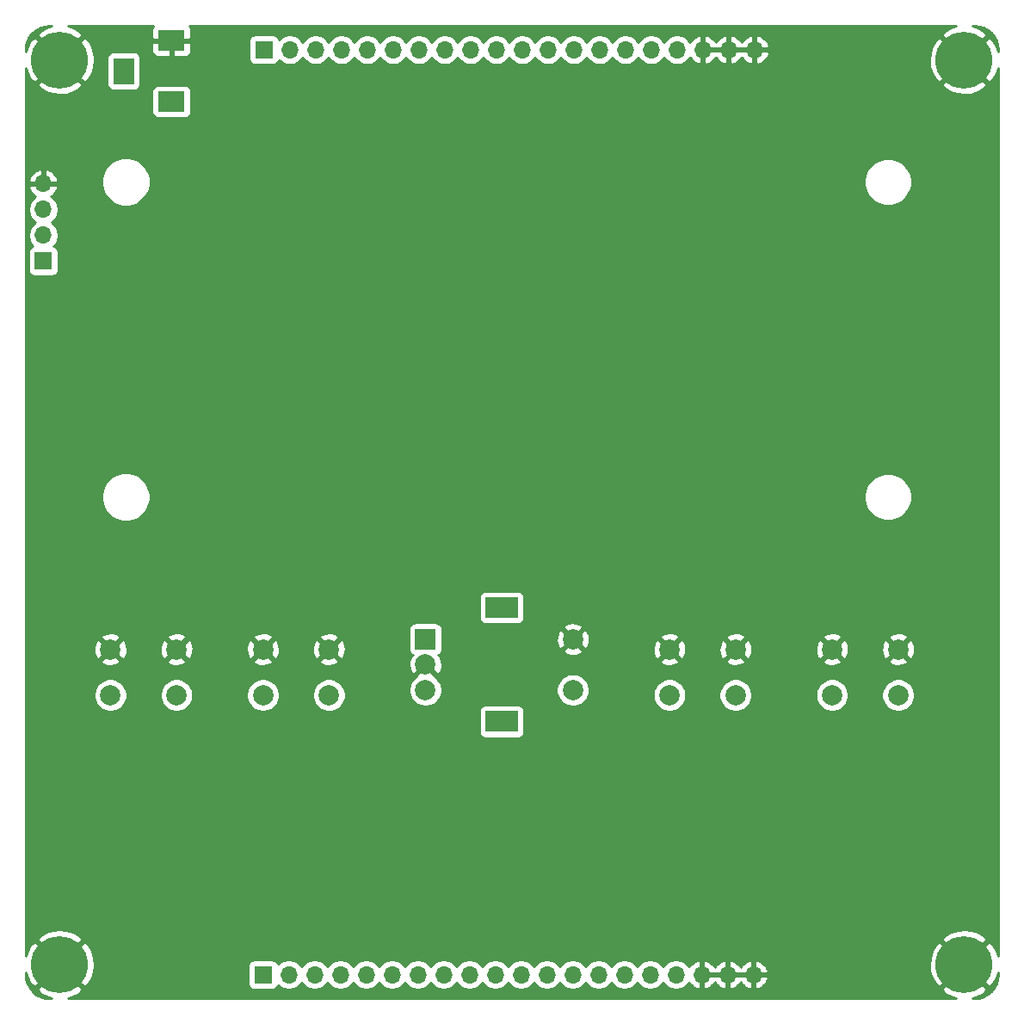
<source format=gbr>
%TF.GenerationSoftware,KiCad,Pcbnew,(5.1.12)-1*%
%TF.CreationDate,2024-04-15T13:26:30-04:00*%
%TF.ProjectId,QO100_TX,514f3130-305f-4545-982e-6b696361645f,rev?*%
%TF.SameCoordinates,Original*%
%TF.FileFunction,Copper,L1,Top*%
%TF.FilePolarity,Positive*%
%FSLAX46Y46*%
G04 Gerber Fmt 4.6, Leading zero omitted, Abs format (unit mm)*
G04 Created by KiCad (PCBNEW (5.1.12)-1) date 2024-04-15 13:26:30*
%MOMM*%
%LPD*%
G01*
G04 APERTURE LIST*
%TA.AperFunction,ComponentPad*%
%ADD10O,1.700000X1.700000*%
%TD*%
%TA.AperFunction,ComponentPad*%
%ADD11R,1.700000X1.700000*%
%TD*%
%TA.AperFunction,ComponentPad*%
%ADD12R,2.000000X2.000000*%
%TD*%
%TA.AperFunction,ComponentPad*%
%ADD13C,2.000000*%
%TD*%
%TA.AperFunction,ComponentPad*%
%ADD14R,3.200000X2.000000*%
%TD*%
%TA.AperFunction,ComponentPad*%
%ADD15R,2.600000X2.000000*%
%TD*%
%TA.AperFunction,ComponentPad*%
%ADD16R,2.000000X2.600000*%
%TD*%
%TA.AperFunction,ComponentPad*%
%ADD17C,5.600000*%
%TD*%
%TA.AperFunction,ViaPad*%
%ADD18C,1.000000*%
%TD*%
%TA.AperFunction,Conductor*%
%ADD19C,0.500000*%
%TD*%
%TA.AperFunction,Conductor*%
%ADD20C,0.254000*%
%TD*%
%TA.AperFunction,Conductor*%
%ADD21C,0.100000*%
%TD*%
G04 APERTURE END LIST*
D10*
%TO.P,J2,20*%
%TO.N,GNDPWR*%
X127260000Y-222000000D03*
%TO.P,J2,19*%
X124720000Y-222000000D03*
%TO.P,J2,18*%
X122180000Y-222000000D03*
%TO.P,J2,17*%
%TO.N,LCD_SDA*%
X119640000Y-222000000D03*
%TO.P,J2,16*%
%TO.N,LCD_SCL*%
X117100000Y-222000000D03*
%TO.P,J2,15*%
%TO.N,RST*%
X114560000Y-222000000D03*
%TO.P,J2,14*%
%TO.N,UART_RX*%
X112020000Y-222000000D03*
%TO.P,J2,13*%
%TO.N,UART_TX*%
X109480000Y-222000000D03*
%TO.P,J2,12*%
%TO.N,MCU_SDA*%
X106940000Y-222000000D03*
%TO.P,J2,11*%
%TO.N,MCU_SCL*%
X104400000Y-222000000D03*
%TO.P,J2,10*%
%TO.N,Net-(J2-Pad10)*%
X101860000Y-222000000D03*
%TO.P,J2,9*%
%TO.N,Net-(J2-Pad9)*%
X99320000Y-222000000D03*
%TO.P,J2,8*%
%TO.N,Net-(J2-Pad8)*%
X96780000Y-222000000D03*
%TO.P,J2,7*%
%TO.N,Net-(J2-Pad7)*%
X94240000Y-222000000D03*
%TO.P,J2,6*%
%TO.N,Net-(J2-Pad6)*%
X91700000Y-222000000D03*
%TO.P,J2,5*%
%TO.N,Net-(J2-Pad5)*%
X89160000Y-222000000D03*
%TO.P,J2,4*%
%TO.N,Net-(J2-Pad4)*%
X86620000Y-222000000D03*
%TO.P,J2,3*%
%TO.N,Net-(J2-Pad3)*%
X84080000Y-222000000D03*
%TO.P,J2,2*%
%TO.N,Net-(J2-Pad2)*%
X81540000Y-222000000D03*
D11*
%TO.P,J2,1*%
%TO.N,Net-(J2-Pad1)*%
X79000000Y-222000000D03*
%TD*%
D10*
%TO.P,J1,20*%
%TO.N,GNDPWR*%
X127360000Y-131000000D03*
%TO.P,J1,19*%
X124820000Y-131000000D03*
%TO.P,J1,18*%
X122280000Y-131000000D03*
%TO.P,J1,17*%
%TO.N,PTT*%
X119740000Y-131000000D03*
%TO.P,J1,16*%
%TO.N,ROT_SW*%
X117200000Y-131000000D03*
%TO.P,J1,15*%
%TO.N,ROT_B*%
X114660000Y-131000000D03*
%TO.P,J1,14*%
%TO.N,ROT_A*%
X112120000Y-131000000D03*
%TO.P,J1,13*%
%TO.N,KEY3*%
X109580000Y-131000000D03*
%TO.P,J1,12*%
%TO.N,KEY2*%
X107040000Y-131000000D03*
%TO.P,J1,11*%
%TO.N,KEY1*%
X104500000Y-131000000D03*
%TO.P,J1,10*%
%TO.N,+3V3*%
X101960000Y-131000000D03*
%TO.P,J1,9*%
%TO.N,+5V*%
X99420000Y-131000000D03*
%TO.P,J1,8*%
%TO.N,+12V*%
X96880000Y-131000000D03*
%TO.P,J1,7*%
%TO.N,Net-(J1-Pad7)*%
X94340000Y-131000000D03*
%TO.P,J1,6*%
%TO.N,Net-(J1-Pad6)*%
X91800000Y-131000000D03*
%TO.P,J1,5*%
%TO.N,Net-(J1-Pad5)*%
X89260000Y-131000000D03*
%TO.P,J1,4*%
%TO.N,Net-(J1-Pad4)*%
X86720000Y-131000000D03*
%TO.P,J1,3*%
%TO.N,Net-(J1-Pad3)*%
X84180000Y-131000000D03*
%TO.P,J1,2*%
%TO.N,Net-(J1-Pad2)*%
X81640000Y-131000000D03*
D11*
%TO.P,J1,1*%
%TO.N,Net-(J1-Pad1)*%
X79100000Y-131000000D03*
%TD*%
D12*
%TO.P,SW5,A*%
%TO.N,ROT_A*%
X95000000Y-189000000D03*
D13*
%TO.P,SW5,C*%
%TO.N,GNDPWR*%
X95000000Y-191500000D03*
%TO.P,SW5,B*%
%TO.N,ROT_B*%
X95000000Y-194000000D03*
D14*
%TO.P,SW5,MP*%
%TO.N,N/C*%
X102500000Y-185900000D03*
X102500000Y-197100000D03*
D13*
%TO.P,SW5,S2*%
%TO.N,GNDPWR*%
X109500000Y-189000000D03*
%TO.P,SW5,S1*%
%TO.N,ROT_SW*%
X109500000Y-194000000D03*
%TD*%
%TO.P,SW4,1*%
%TO.N,GNDPWR*%
X141500000Y-190000000D03*
%TO.P,SW4,2*%
%TO.N,PTT*%
X141500000Y-194500000D03*
%TO.P,SW4,1*%
%TO.N,GNDPWR*%
X135000000Y-190000000D03*
%TO.P,SW4,2*%
%TO.N,PTT*%
X135000000Y-194500000D03*
%TD*%
%TO.P,SW3,1*%
%TO.N,GNDPWR*%
X125500000Y-190000000D03*
%TO.P,SW3,2*%
%TO.N,KEY3*%
X125500000Y-194500000D03*
%TO.P,SW3,1*%
%TO.N,GNDPWR*%
X119000000Y-190000000D03*
%TO.P,SW3,2*%
%TO.N,KEY3*%
X119000000Y-194500000D03*
%TD*%
%TO.P,SW2,1*%
%TO.N,GNDPWR*%
X85500000Y-190000000D03*
%TO.P,SW2,2*%
%TO.N,KEY2*%
X85500000Y-194500000D03*
%TO.P,SW2,1*%
%TO.N,GNDPWR*%
X79000000Y-190000000D03*
%TO.P,SW2,2*%
%TO.N,KEY2*%
X79000000Y-194500000D03*
%TD*%
%TO.P,SW1,1*%
%TO.N,GNDPWR*%
X70500000Y-190000000D03*
%TO.P,SW1,2*%
%TO.N,KEY1*%
X70500000Y-194500000D03*
%TO.P,SW1,1*%
%TO.N,GNDPWR*%
X64000000Y-190000000D03*
%TO.P,SW1,2*%
%TO.N,KEY1*%
X64000000Y-194500000D03*
%TD*%
D15*
%TO.P,J4,2*%
%TO.N,GNDPWR*%
X70000000Y-130100000D03*
%TO.P,J4,1*%
%TO.N,+12V*%
X70000000Y-136100000D03*
D16*
%TO.P,J4,3*%
%TO.N,Net-(J4-Pad3)*%
X65300000Y-133100000D03*
%TD*%
D10*
%TO.P,J3,4*%
%TO.N,GNDPWR*%
X57400000Y-144180000D03*
%TO.P,J3,3*%
%TO.N,+5V*%
X57400000Y-146720000D03*
%TO.P,J3,2*%
%TO.N,LCD_SDA*%
X57400000Y-149260000D03*
D11*
%TO.P,J3,1*%
%TO.N,LCD_SCL*%
X57400000Y-151800000D03*
%TD*%
D17*
%TO.P,H4,1*%
%TO.N,GNDPWR*%
X148000000Y-221000000D03*
%TD*%
%TO.P,H3,1*%
%TO.N,GNDPWR*%
X59000000Y-221000000D03*
%TD*%
%TO.P,H2,1*%
%TO.N,GNDPWR*%
X148000000Y-132000000D03*
%TD*%
%TO.P,H1,1*%
%TO.N,GNDPWR*%
X59000000Y-132000000D03*
%TD*%
D18*
%TO.N,GNDPWR*%
X101800000Y-144800000D03*
X98100000Y-147200000D03*
X98000000Y-136600000D03*
X101700000Y-155900000D03*
X103100000Y-173100000D03*
X103400000Y-181200000D03*
X102500000Y-192200000D03*
X101000000Y-202400000D03*
X98300000Y-218800000D03*
X97800000Y-202800000D03*
X124000000Y-136000000D03*
X132600000Y-135600000D03*
X142900000Y-135600000D03*
X147700000Y-147800000D03*
X139600000Y-153600000D03*
X134200000Y-148800000D03*
X128200000Y-158300000D03*
X125400000Y-150000000D03*
X128900000Y-170700000D03*
X140700000Y-165400000D03*
X147500000Y-169900000D03*
X145400000Y-180400000D03*
X130800000Y-177300000D03*
X115100000Y-203100000D03*
X131200000Y-203100000D03*
X146800000Y-202100000D03*
X131600000Y-209600000D03*
X119500000Y-204800000D03*
X126100000Y-214700000D03*
X135400000Y-217600000D03*
X143800000Y-208900000D03*
X60300000Y-205500000D03*
X66000000Y-214700000D03*
X77900000Y-218200000D03*
X86700000Y-215300000D03*
X93400000Y-203500000D03*
X81900000Y-202100000D03*
X74800000Y-201300000D03*
X62100000Y-180600000D03*
X75100000Y-178400000D03*
X86000000Y-171300000D03*
X92100000Y-161900000D03*
X91300000Y-155500000D03*
X86700000Y-162800000D03*
X73200000Y-163800000D03*
X67400000Y-155700000D03*
X62900000Y-153800000D03*
X64200000Y-164700000D03*
X75200000Y-171500000D03*
X76400000Y-153400000D03*
X88300000Y-151600000D03*
X78300000Y-141800000D03*
X89900000Y-141300000D03*
X58000000Y-137900000D03*
X71200000Y-142400000D03*
X124100000Y-144500000D03*
X109000000Y-134900000D03*
X110000000Y-151200000D03*
X111800000Y-165300000D03*
X114100000Y-172800000D03*
X112300000Y-182700000D03*
X124500000Y-174200000D03*
X124800000Y-164100000D03*
X121200000Y-181000000D03*
X130800000Y-190100000D03*
X130300000Y-195400000D03*
X123500000Y-199200000D03*
X122100000Y-192000000D03*
X122600000Y-187600000D03*
X114800000Y-194300000D03*
X111600000Y-198700000D03*
X105400000Y-215400000D03*
X110900000Y-217300000D03*
X106300000Y-205900000D03*
X117700000Y-210400000D03*
X135800000Y-223000000D03*
X72500000Y-222100000D03*
X59200000Y-212500000D03*
X69700000Y-198900000D03*
X72400000Y-183800000D03*
X67100000Y-191600000D03*
%TD*%
D19*
%TO.N,+12V*%
X96780000Y-131060000D02*
X96840000Y-131000000D01*
%TO.N,Net-(J2-Pad9)*%
X99380000Y-221940000D02*
X99320000Y-222000000D01*
%TD*%
D20*
%TO.N,GNDPWR*%
X57686994Y-128807870D02*
X57089470Y-129125361D01*
X57075308Y-129134823D01*
X56763124Y-129583519D01*
X59000000Y-131820395D01*
X61236876Y-129583519D01*
X60924692Y-129134823D01*
X60328741Y-128814388D01*
X59824276Y-128660000D01*
X68239636Y-128660000D01*
X68169463Y-128745506D01*
X68110498Y-128855820D01*
X68074188Y-128975518D01*
X68061928Y-129100000D01*
X68065000Y-129814250D01*
X68223750Y-129973000D01*
X69873000Y-129973000D01*
X69873000Y-129953000D01*
X70127000Y-129953000D01*
X70127000Y-129973000D01*
X71776250Y-129973000D01*
X71935000Y-129814250D01*
X71938072Y-129100000D01*
X71925812Y-128975518D01*
X71889502Y-128855820D01*
X71830537Y-128745506D01*
X71760364Y-128660000D01*
X147178821Y-128660000D01*
X146686994Y-128807870D01*
X146089470Y-129125361D01*
X146075308Y-129134823D01*
X145763124Y-129583519D01*
X148000000Y-131820395D01*
X150236876Y-129583519D01*
X149924692Y-129134823D01*
X149328741Y-128814388D01*
X148824276Y-128660000D01*
X148967721Y-128660000D01*
X149453893Y-128707670D01*
X149890498Y-128839489D01*
X150293185Y-129053600D01*
X150646612Y-129341848D01*
X150937327Y-129693261D01*
X151154242Y-130094439D01*
X151289106Y-130530113D01*
X151340000Y-131014344D01*
X151340000Y-131178821D01*
X151192130Y-130686994D01*
X150874639Y-130089470D01*
X150865177Y-130075308D01*
X150416481Y-129763124D01*
X148179605Y-132000000D01*
X150416481Y-134236876D01*
X150865177Y-133924692D01*
X151185612Y-133328741D01*
X151340000Y-132824276D01*
X151340001Y-220178824D01*
X151192130Y-219686994D01*
X150874639Y-219089470D01*
X150865177Y-219075308D01*
X150416481Y-218763124D01*
X148179605Y-221000000D01*
X150416481Y-223236876D01*
X150865177Y-222924692D01*
X151185612Y-222328741D01*
X151340001Y-221824272D01*
X151340001Y-221967711D01*
X151292330Y-222453894D01*
X151160512Y-222890497D01*
X150946399Y-223293186D01*
X150658150Y-223646613D01*
X150306739Y-223937327D01*
X149905564Y-224154240D01*
X149469886Y-224289106D01*
X148985664Y-224340000D01*
X148821179Y-224340000D01*
X149313006Y-224192130D01*
X149910530Y-223874639D01*
X149924692Y-223865177D01*
X150236876Y-223416481D01*
X148000000Y-221179605D01*
X145763124Y-223416481D01*
X146075308Y-223865177D01*
X146671259Y-224185612D01*
X147175724Y-224340000D01*
X59821179Y-224340000D01*
X60313006Y-224192130D01*
X60910530Y-223874639D01*
X60924692Y-223865177D01*
X61236876Y-223416481D01*
X59000000Y-221179605D01*
X56763124Y-223416481D01*
X57075308Y-223865177D01*
X57671259Y-224185612D01*
X58175724Y-224340000D01*
X58032279Y-224340000D01*
X57546106Y-224292330D01*
X57109503Y-224160512D01*
X56706814Y-223946399D01*
X56353387Y-223658150D01*
X56062673Y-223306739D01*
X55845760Y-222905564D01*
X55710894Y-222469886D01*
X55660000Y-221985664D01*
X55660000Y-221821179D01*
X55807870Y-222313006D01*
X56125361Y-222910530D01*
X56134823Y-222924692D01*
X56583519Y-223236876D01*
X58820395Y-221000000D01*
X59179605Y-221000000D01*
X61416481Y-223236876D01*
X61865177Y-222924692D01*
X62185612Y-222328741D01*
X62383626Y-221681727D01*
X62437322Y-221150000D01*
X77511928Y-221150000D01*
X77511928Y-222850000D01*
X77524188Y-222974482D01*
X77560498Y-223094180D01*
X77619463Y-223204494D01*
X77698815Y-223301185D01*
X77795506Y-223380537D01*
X77905820Y-223439502D01*
X78025518Y-223475812D01*
X78150000Y-223488072D01*
X79850000Y-223488072D01*
X79974482Y-223475812D01*
X80094180Y-223439502D01*
X80204494Y-223380537D01*
X80301185Y-223301185D01*
X80380537Y-223204494D01*
X80439502Y-223094180D01*
X80461513Y-223021620D01*
X80593368Y-223153475D01*
X80836589Y-223315990D01*
X81106842Y-223427932D01*
X81393740Y-223485000D01*
X81686260Y-223485000D01*
X81973158Y-223427932D01*
X82243411Y-223315990D01*
X82486632Y-223153475D01*
X82693475Y-222946632D01*
X82810000Y-222772240D01*
X82926525Y-222946632D01*
X83133368Y-223153475D01*
X83376589Y-223315990D01*
X83646842Y-223427932D01*
X83933740Y-223485000D01*
X84226260Y-223485000D01*
X84513158Y-223427932D01*
X84783411Y-223315990D01*
X85026632Y-223153475D01*
X85233475Y-222946632D01*
X85350000Y-222772240D01*
X85466525Y-222946632D01*
X85673368Y-223153475D01*
X85916589Y-223315990D01*
X86186842Y-223427932D01*
X86473740Y-223485000D01*
X86766260Y-223485000D01*
X87053158Y-223427932D01*
X87323411Y-223315990D01*
X87566632Y-223153475D01*
X87773475Y-222946632D01*
X87890000Y-222772240D01*
X88006525Y-222946632D01*
X88213368Y-223153475D01*
X88456589Y-223315990D01*
X88726842Y-223427932D01*
X89013740Y-223485000D01*
X89306260Y-223485000D01*
X89593158Y-223427932D01*
X89863411Y-223315990D01*
X90106632Y-223153475D01*
X90313475Y-222946632D01*
X90430000Y-222772240D01*
X90546525Y-222946632D01*
X90753368Y-223153475D01*
X90996589Y-223315990D01*
X91266842Y-223427932D01*
X91553740Y-223485000D01*
X91846260Y-223485000D01*
X92133158Y-223427932D01*
X92403411Y-223315990D01*
X92646632Y-223153475D01*
X92853475Y-222946632D01*
X92970000Y-222772240D01*
X93086525Y-222946632D01*
X93293368Y-223153475D01*
X93536589Y-223315990D01*
X93806842Y-223427932D01*
X94093740Y-223485000D01*
X94386260Y-223485000D01*
X94673158Y-223427932D01*
X94943411Y-223315990D01*
X95186632Y-223153475D01*
X95393475Y-222946632D01*
X95510000Y-222772240D01*
X95626525Y-222946632D01*
X95833368Y-223153475D01*
X96076589Y-223315990D01*
X96346842Y-223427932D01*
X96633740Y-223485000D01*
X96926260Y-223485000D01*
X97213158Y-223427932D01*
X97483411Y-223315990D01*
X97726632Y-223153475D01*
X97933475Y-222946632D01*
X98050000Y-222772240D01*
X98166525Y-222946632D01*
X98373368Y-223153475D01*
X98616589Y-223315990D01*
X98886842Y-223427932D01*
X99173740Y-223485000D01*
X99466260Y-223485000D01*
X99753158Y-223427932D01*
X100023411Y-223315990D01*
X100266632Y-223153475D01*
X100473475Y-222946632D01*
X100590000Y-222772240D01*
X100706525Y-222946632D01*
X100913368Y-223153475D01*
X101156589Y-223315990D01*
X101426842Y-223427932D01*
X101713740Y-223485000D01*
X102006260Y-223485000D01*
X102293158Y-223427932D01*
X102563411Y-223315990D01*
X102806632Y-223153475D01*
X103013475Y-222946632D01*
X103130000Y-222772240D01*
X103246525Y-222946632D01*
X103453368Y-223153475D01*
X103696589Y-223315990D01*
X103966842Y-223427932D01*
X104253740Y-223485000D01*
X104546260Y-223485000D01*
X104833158Y-223427932D01*
X105103411Y-223315990D01*
X105346632Y-223153475D01*
X105553475Y-222946632D01*
X105670000Y-222772240D01*
X105786525Y-222946632D01*
X105993368Y-223153475D01*
X106236589Y-223315990D01*
X106506842Y-223427932D01*
X106793740Y-223485000D01*
X107086260Y-223485000D01*
X107373158Y-223427932D01*
X107643411Y-223315990D01*
X107886632Y-223153475D01*
X108093475Y-222946632D01*
X108210000Y-222772240D01*
X108326525Y-222946632D01*
X108533368Y-223153475D01*
X108776589Y-223315990D01*
X109046842Y-223427932D01*
X109333740Y-223485000D01*
X109626260Y-223485000D01*
X109913158Y-223427932D01*
X110183411Y-223315990D01*
X110426632Y-223153475D01*
X110633475Y-222946632D01*
X110750000Y-222772240D01*
X110866525Y-222946632D01*
X111073368Y-223153475D01*
X111316589Y-223315990D01*
X111586842Y-223427932D01*
X111873740Y-223485000D01*
X112166260Y-223485000D01*
X112453158Y-223427932D01*
X112723411Y-223315990D01*
X112966632Y-223153475D01*
X113173475Y-222946632D01*
X113290000Y-222772240D01*
X113406525Y-222946632D01*
X113613368Y-223153475D01*
X113856589Y-223315990D01*
X114126842Y-223427932D01*
X114413740Y-223485000D01*
X114706260Y-223485000D01*
X114993158Y-223427932D01*
X115263411Y-223315990D01*
X115506632Y-223153475D01*
X115713475Y-222946632D01*
X115830000Y-222772240D01*
X115946525Y-222946632D01*
X116153368Y-223153475D01*
X116396589Y-223315990D01*
X116666842Y-223427932D01*
X116953740Y-223485000D01*
X117246260Y-223485000D01*
X117533158Y-223427932D01*
X117803411Y-223315990D01*
X118046632Y-223153475D01*
X118253475Y-222946632D01*
X118370000Y-222772240D01*
X118486525Y-222946632D01*
X118693368Y-223153475D01*
X118936589Y-223315990D01*
X119206842Y-223427932D01*
X119493740Y-223485000D01*
X119786260Y-223485000D01*
X120073158Y-223427932D01*
X120343411Y-223315990D01*
X120586632Y-223153475D01*
X120793475Y-222946632D01*
X120915195Y-222764466D01*
X120984822Y-222881355D01*
X121179731Y-223097588D01*
X121413080Y-223271641D01*
X121675901Y-223396825D01*
X121823110Y-223441476D01*
X122053000Y-223320155D01*
X122053000Y-222127000D01*
X122307000Y-222127000D01*
X122307000Y-223320155D01*
X122536890Y-223441476D01*
X122684099Y-223396825D01*
X122946920Y-223271641D01*
X123180269Y-223097588D01*
X123375178Y-222881355D01*
X123450000Y-222755745D01*
X123524822Y-222881355D01*
X123719731Y-223097588D01*
X123953080Y-223271641D01*
X124215901Y-223396825D01*
X124363110Y-223441476D01*
X124593000Y-223320155D01*
X124593000Y-222127000D01*
X124847000Y-222127000D01*
X124847000Y-223320155D01*
X125076890Y-223441476D01*
X125224099Y-223396825D01*
X125486920Y-223271641D01*
X125720269Y-223097588D01*
X125915178Y-222881355D01*
X125990000Y-222755745D01*
X126064822Y-222881355D01*
X126259731Y-223097588D01*
X126493080Y-223271641D01*
X126755901Y-223396825D01*
X126903110Y-223441476D01*
X127133000Y-223320155D01*
X127133000Y-222127000D01*
X127387000Y-222127000D01*
X127387000Y-223320155D01*
X127616890Y-223441476D01*
X127764099Y-223396825D01*
X128026920Y-223271641D01*
X128260269Y-223097588D01*
X128455178Y-222881355D01*
X128604157Y-222631252D01*
X128701481Y-222356891D01*
X128580814Y-222127000D01*
X127387000Y-222127000D01*
X127133000Y-222127000D01*
X124847000Y-222127000D01*
X124593000Y-222127000D01*
X122307000Y-222127000D01*
X122053000Y-222127000D01*
X122033000Y-222127000D01*
X122033000Y-221873000D01*
X122053000Y-221873000D01*
X122053000Y-220679845D01*
X122307000Y-220679845D01*
X122307000Y-221873000D01*
X124593000Y-221873000D01*
X124593000Y-220679845D01*
X124847000Y-220679845D01*
X124847000Y-221873000D01*
X127133000Y-221873000D01*
X127133000Y-220679845D01*
X127387000Y-220679845D01*
X127387000Y-221873000D01*
X128580814Y-221873000D01*
X128701481Y-221643109D01*
X128604157Y-221368748D01*
X128455178Y-221118645D01*
X128340558Y-220991484D01*
X144548390Y-220991484D01*
X144613051Y-221665023D01*
X144807870Y-222313006D01*
X145125361Y-222910530D01*
X145134823Y-222924692D01*
X145583519Y-223236876D01*
X147820395Y-221000000D01*
X145583519Y-218763124D01*
X145134823Y-219075308D01*
X144814388Y-219671259D01*
X144616374Y-220318273D01*
X144548390Y-220991484D01*
X128340558Y-220991484D01*
X128260269Y-220902412D01*
X128026920Y-220728359D01*
X127764099Y-220603175D01*
X127616890Y-220558524D01*
X127387000Y-220679845D01*
X127133000Y-220679845D01*
X126903110Y-220558524D01*
X126755901Y-220603175D01*
X126493080Y-220728359D01*
X126259731Y-220902412D01*
X126064822Y-221118645D01*
X125990000Y-221244255D01*
X125915178Y-221118645D01*
X125720269Y-220902412D01*
X125486920Y-220728359D01*
X125224099Y-220603175D01*
X125076890Y-220558524D01*
X124847000Y-220679845D01*
X124593000Y-220679845D01*
X124363110Y-220558524D01*
X124215901Y-220603175D01*
X123953080Y-220728359D01*
X123719731Y-220902412D01*
X123524822Y-221118645D01*
X123450000Y-221244255D01*
X123375178Y-221118645D01*
X123180269Y-220902412D01*
X122946920Y-220728359D01*
X122684099Y-220603175D01*
X122536890Y-220558524D01*
X122307000Y-220679845D01*
X122053000Y-220679845D01*
X121823110Y-220558524D01*
X121675901Y-220603175D01*
X121413080Y-220728359D01*
X121179731Y-220902412D01*
X120984822Y-221118645D01*
X120915195Y-221235534D01*
X120793475Y-221053368D01*
X120586632Y-220846525D01*
X120343411Y-220684010D01*
X120073158Y-220572068D01*
X119786260Y-220515000D01*
X119493740Y-220515000D01*
X119206842Y-220572068D01*
X118936589Y-220684010D01*
X118693368Y-220846525D01*
X118486525Y-221053368D01*
X118370000Y-221227760D01*
X118253475Y-221053368D01*
X118046632Y-220846525D01*
X117803411Y-220684010D01*
X117533158Y-220572068D01*
X117246260Y-220515000D01*
X116953740Y-220515000D01*
X116666842Y-220572068D01*
X116396589Y-220684010D01*
X116153368Y-220846525D01*
X115946525Y-221053368D01*
X115830000Y-221227760D01*
X115713475Y-221053368D01*
X115506632Y-220846525D01*
X115263411Y-220684010D01*
X114993158Y-220572068D01*
X114706260Y-220515000D01*
X114413740Y-220515000D01*
X114126842Y-220572068D01*
X113856589Y-220684010D01*
X113613368Y-220846525D01*
X113406525Y-221053368D01*
X113290000Y-221227760D01*
X113173475Y-221053368D01*
X112966632Y-220846525D01*
X112723411Y-220684010D01*
X112453158Y-220572068D01*
X112166260Y-220515000D01*
X111873740Y-220515000D01*
X111586842Y-220572068D01*
X111316589Y-220684010D01*
X111073368Y-220846525D01*
X110866525Y-221053368D01*
X110750000Y-221227760D01*
X110633475Y-221053368D01*
X110426632Y-220846525D01*
X110183411Y-220684010D01*
X109913158Y-220572068D01*
X109626260Y-220515000D01*
X109333740Y-220515000D01*
X109046842Y-220572068D01*
X108776589Y-220684010D01*
X108533368Y-220846525D01*
X108326525Y-221053368D01*
X108210000Y-221227760D01*
X108093475Y-221053368D01*
X107886632Y-220846525D01*
X107643411Y-220684010D01*
X107373158Y-220572068D01*
X107086260Y-220515000D01*
X106793740Y-220515000D01*
X106506842Y-220572068D01*
X106236589Y-220684010D01*
X105993368Y-220846525D01*
X105786525Y-221053368D01*
X105670000Y-221227760D01*
X105553475Y-221053368D01*
X105346632Y-220846525D01*
X105103411Y-220684010D01*
X104833158Y-220572068D01*
X104546260Y-220515000D01*
X104253740Y-220515000D01*
X103966842Y-220572068D01*
X103696589Y-220684010D01*
X103453368Y-220846525D01*
X103246525Y-221053368D01*
X103130000Y-221227760D01*
X103013475Y-221053368D01*
X102806632Y-220846525D01*
X102563411Y-220684010D01*
X102293158Y-220572068D01*
X102006260Y-220515000D01*
X101713740Y-220515000D01*
X101426842Y-220572068D01*
X101156589Y-220684010D01*
X100913368Y-220846525D01*
X100706525Y-221053368D01*
X100590000Y-221227760D01*
X100473475Y-221053368D01*
X100266632Y-220846525D01*
X100023411Y-220684010D01*
X99753158Y-220572068D01*
X99466260Y-220515000D01*
X99173740Y-220515000D01*
X98886842Y-220572068D01*
X98616589Y-220684010D01*
X98373368Y-220846525D01*
X98166525Y-221053368D01*
X98050000Y-221227760D01*
X97933475Y-221053368D01*
X97726632Y-220846525D01*
X97483411Y-220684010D01*
X97213158Y-220572068D01*
X96926260Y-220515000D01*
X96633740Y-220515000D01*
X96346842Y-220572068D01*
X96076589Y-220684010D01*
X95833368Y-220846525D01*
X95626525Y-221053368D01*
X95510000Y-221227760D01*
X95393475Y-221053368D01*
X95186632Y-220846525D01*
X94943411Y-220684010D01*
X94673158Y-220572068D01*
X94386260Y-220515000D01*
X94093740Y-220515000D01*
X93806842Y-220572068D01*
X93536589Y-220684010D01*
X93293368Y-220846525D01*
X93086525Y-221053368D01*
X92970000Y-221227760D01*
X92853475Y-221053368D01*
X92646632Y-220846525D01*
X92403411Y-220684010D01*
X92133158Y-220572068D01*
X91846260Y-220515000D01*
X91553740Y-220515000D01*
X91266842Y-220572068D01*
X90996589Y-220684010D01*
X90753368Y-220846525D01*
X90546525Y-221053368D01*
X90430000Y-221227760D01*
X90313475Y-221053368D01*
X90106632Y-220846525D01*
X89863411Y-220684010D01*
X89593158Y-220572068D01*
X89306260Y-220515000D01*
X89013740Y-220515000D01*
X88726842Y-220572068D01*
X88456589Y-220684010D01*
X88213368Y-220846525D01*
X88006525Y-221053368D01*
X87890000Y-221227760D01*
X87773475Y-221053368D01*
X87566632Y-220846525D01*
X87323411Y-220684010D01*
X87053158Y-220572068D01*
X86766260Y-220515000D01*
X86473740Y-220515000D01*
X86186842Y-220572068D01*
X85916589Y-220684010D01*
X85673368Y-220846525D01*
X85466525Y-221053368D01*
X85350000Y-221227760D01*
X85233475Y-221053368D01*
X85026632Y-220846525D01*
X84783411Y-220684010D01*
X84513158Y-220572068D01*
X84226260Y-220515000D01*
X83933740Y-220515000D01*
X83646842Y-220572068D01*
X83376589Y-220684010D01*
X83133368Y-220846525D01*
X82926525Y-221053368D01*
X82810000Y-221227760D01*
X82693475Y-221053368D01*
X82486632Y-220846525D01*
X82243411Y-220684010D01*
X81973158Y-220572068D01*
X81686260Y-220515000D01*
X81393740Y-220515000D01*
X81106842Y-220572068D01*
X80836589Y-220684010D01*
X80593368Y-220846525D01*
X80461513Y-220978380D01*
X80439502Y-220905820D01*
X80380537Y-220795506D01*
X80301185Y-220698815D01*
X80204494Y-220619463D01*
X80094180Y-220560498D01*
X79974482Y-220524188D01*
X79850000Y-220511928D01*
X78150000Y-220511928D01*
X78025518Y-220524188D01*
X77905820Y-220560498D01*
X77795506Y-220619463D01*
X77698815Y-220698815D01*
X77619463Y-220795506D01*
X77560498Y-220905820D01*
X77524188Y-221025518D01*
X77511928Y-221150000D01*
X62437322Y-221150000D01*
X62451610Y-221008516D01*
X62386949Y-220334977D01*
X62192130Y-219686994D01*
X61874639Y-219089470D01*
X61865177Y-219075308D01*
X61416481Y-218763124D01*
X59179605Y-221000000D01*
X58820395Y-221000000D01*
X56583519Y-218763124D01*
X56134823Y-219075308D01*
X55814388Y-219671259D01*
X55660000Y-220175724D01*
X55660000Y-218583519D01*
X56763124Y-218583519D01*
X59000000Y-220820395D01*
X61236876Y-218583519D01*
X145763124Y-218583519D01*
X148000000Y-220820395D01*
X150236876Y-218583519D01*
X149924692Y-218134823D01*
X149328741Y-217814388D01*
X148681727Y-217616374D01*
X148008516Y-217548390D01*
X147334977Y-217613051D01*
X146686994Y-217807870D01*
X146089470Y-218125361D01*
X146075308Y-218134823D01*
X145763124Y-218583519D01*
X61236876Y-218583519D01*
X60924692Y-218134823D01*
X60328741Y-217814388D01*
X59681727Y-217616374D01*
X59008516Y-217548390D01*
X58334977Y-217613051D01*
X57686994Y-217807870D01*
X57089470Y-218125361D01*
X57075308Y-218134823D01*
X56763124Y-218583519D01*
X55660000Y-218583519D01*
X55660000Y-194338967D01*
X62365000Y-194338967D01*
X62365000Y-194661033D01*
X62427832Y-194976912D01*
X62551082Y-195274463D01*
X62730013Y-195542252D01*
X62957748Y-195769987D01*
X63225537Y-195948918D01*
X63523088Y-196072168D01*
X63838967Y-196135000D01*
X64161033Y-196135000D01*
X64476912Y-196072168D01*
X64774463Y-195948918D01*
X65042252Y-195769987D01*
X65269987Y-195542252D01*
X65448918Y-195274463D01*
X65572168Y-194976912D01*
X65635000Y-194661033D01*
X65635000Y-194338967D01*
X68865000Y-194338967D01*
X68865000Y-194661033D01*
X68927832Y-194976912D01*
X69051082Y-195274463D01*
X69230013Y-195542252D01*
X69457748Y-195769987D01*
X69725537Y-195948918D01*
X70023088Y-196072168D01*
X70338967Y-196135000D01*
X70661033Y-196135000D01*
X70976912Y-196072168D01*
X71274463Y-195948918D01*
X71542252Y-195769987D01*
X71769987Y-195542252D01*
X71948918Y-195274463D01*
X72072168Y-194976912D01*
X72135000Y-194661033D01*
X72135000Y-194338967D01*
X77365000Y-194338967D01*
X77365000Y-194661033D01*
X77427832Y-194976912D01*
X77551082Y-195274463D01*
X77730013Y-195542252D01*
X77957748Y-195769987D01*
X78225537Y-195948918D01*
X78523088Y-196072168D01*
X78838967Y-196135000D01*
X79161033Y-196135000D01*
X79476912Y-196072168D01*
X79774463Y-195948918D01*
X80042252Y-195769987D01*
X80269987Y-195542252D01*
X80448918Y-195274463D01*
X80572168Y-194976912D01*
X80635000Y-194661033D01*
X80635000Y-194338967D01*
X83865000Y-194338967D01*
X83865000Y-194661033D01*
X83927832Y-194976912D01*
X84051082Y-195274463D01*
X84230013Y-195542252D01*
X84457748Y-195769987D01*
X84725537Y-195948918D01*
X85023088Y-196072168D01*
X85338967Y-196135000D01*
X85661033Y-196135000D01*
X85836990Y-196100000D01*
X100261928Y-196100000D01*
X100261928Y-198100000D01*
X100274188Y-198224482D01*
X100310498Y-198344180D01*
X100369463Y-198454494D01*
X100448815Y-198551185D01*
X100545506Y-198630537D01*
X100655820Y-198689502D01*
X100775518Y-198725812D01*
X100900000Y-198738072D01*
X104100000Y-198738072D01*
X104224482Y-198725812D01*
X104344180Y-198689502D01*
X104454494Y-198630537D01*
X104551185Y-198551185D01*
X104630537Y-198454494D01*
X104689502Y-198344180D01*
X104725812Y-198224482D01*
X104738072Y-198100000D01*
X104738072Y-196100000D01*
X104725812Y-195975518D01*
X104689502Y-195855820D01*
X104630537Y-195745506D01*
X104551185Y-195648815D01*
X104454494Y-195569463D01*
X104344180Y-195510498D01*
X104224482Y-195474188D01*
X104100000Y-195461928D01*
X100900000Y-195461928D01*
X100775518Y-195474188D01*
X100655820Y-195510498D01*
X100545506Y-195569463D01*
X100448815Y-195648815D01*
X100369463Y-195745506D01*
X100310498Y-195855820D01*
X100274188Y-195975518D01*
X100261928Y-196100000D01*
X85836990Y-196100000D01*
X85976912Y-196072168D01*
X86274463Y-195948918D01*
X86542252Y-195769987D01*
X86769987Y-195542252D01*
X86948918Y-195274463D01*
X87072168Y-194976912D01*
X87135000Y-194661033D01*
X87135000Y-194338967D01*
X87072168Y-194023088D01*
X86995903Y-193838967D01*
X93365000Y-193838967D01*
X93365000Y-194161033D01*
X93427832Y-194476912D01*
X93551082Y-194774463D01*
X93730013Y-195042252D01*
X93957748Y-195269987D01*
X94225537Y-195448918D01*
X94523088Y-195572168D01*
X94838967Y-195635000D01*
X95161033Y-195635000D01*
X95476912Y-195572168D01*
X95774463Y-195448918D01*
X96042252Y-195269987D01*
X96269987Y-195042252D01*
X96448918Y-194774463D01*
X96572168Y-194476912D01*
X96635000Y-194161033D01*
X96635000Y-193838967D01*
X107865000Y-193838967D01*
X107865000Y-194161033D01*
X107927832Y-194476912D01*
X108051082Y-194774463D01*
X108230013Y-195042252D01*
X108457748Y-195269987D01*
X108725537Y-195448918D01*
X109023088Y-195572168D01*
X109338967Y-195635000D01*
X109661033Y-195635000D01*
X109976912Y-195572168D01*
X110274463Y-195448918D01*
X110542252Y-195269987D01*
X110769987Y-195042252D01*
X110948918Y-194774463D01*
X111072168Y-194476912D01*
X111099606Y-194338967D01*
X117365000Y-194338967D01*
X117365000Y-194661033D01*
X117427832Y-194976912D01*
X117551082Y-195274463D01*
X117730013Y-195542252D01*
X117957748Y-195769987D01*
X118225537Y-195948918D01*
X118523088Y-196072168D01*
X118838967Y-196135000D01*
X119161033Y-196135000D01*
X119476912Y-196072168D01*
X119774463Y-195948918D01*
X120042252Y-195769987D01*
X120269987Y-195542252D01*
X120448918Y-195274463D01*
X120572168Y-194976912D01*
X120635000Y-194661033D01*
X120635000Y-194338967D01*
X123865000Y-194338967D01*
X123865000Y-194661033D01*
X123927832Y-194976912D01*
X124051082Y-195274463D01*
X124230013Y-195542252D01*
X124457748Y-195769987D01*
X124725537Y-195948918D01*
X125023088Y-196072168D01*
X125338967Y-196135000D01*
X125661033Y-196135000D01*
X125976912Y-196072168D01*
X126274463Y-195948918D01*
X126542252Y-195769987D01*
X126769987Y-195542252D01*
X126948918Y-195274463D01*
X127072168Y-194976912D01*
X127135000Y-194661033D01*
X127135000Y-194338967D01*
X133365000Y-194338967D01*
X133365000Y-194661033D01*
X133427832Y-194976912D01*
X133551082Y-195274463D01*
X133730013Y-195542252D01*
X133957748Y-195769987D01*
X134225537Y-195948918D01*
X134523088Y-196072168D01*
X134838967Y-196135000D01*
X135161033Y-196135000D01*
X135476912Y-196072168D01*
X135774463Y-195948918D01*
X136042252Y-195769987D01*
X136269987Y-195542252D01*
X136448918Y-195274463D01*
X136572168Y-194976912D01*
X136635000Y-194661033D01*
X136635000Y-194338967D01*
X139865000Y-194338967D01*
X139865000Y-194661033D01*
X139927832Y-194976912D01*
X140051082Y-195274463D01*
X140230013Y-195542252D01*
X140457748Y-195769987D01*
X140725537Y-195948918D01*
X141023088Y-196072168D01*
X141338967Y-196135000D01*
X141661033Y-196135000D01*
X141976912Y-196072168D01*
X142274463Y-195948918D01*
X142542252Y-195769987D01*
X142769987Y-195542252D01*
X142948918Y-195274463D01*
X143072168Y-194976912D01*
X143135000Y-194661033D01*
X143135000Y-194338967D01*
X143072168Y-194023088D01*
X142948918Y-193725537D01*
X142769987Y-193457748D01*
X142542252Y-193230013D01*
X142274463Y-193051082D01*
X141976912Y-192927832D01*
X141661033Y-192865000D01*
X141338967Y-192865000D01*
X141023088Y-192927832D01*
X140725537Y-193051082D01*
X140457748Y-193230013D01*
X140230013Y-193457748D01*
X140051082Y-193725537D01*
X139927832Y-194023088D01*
X139865000Y-194338967D01*
X136635000Y-194338967D01*
X136572168Y-194023088D01*
X136448918Y-193725537D01*
X136269987Y-193457748D01*
X136042252Y-193230013D01*
X135774463Y-193051082D01*
X135476912Y-192927832D01*
X135161033Y-192865000D01*
X134838967Y-192865000D01*
X134523088Y-192927832D01*
X134225537Y-193051082D01*
X133957748Y-193230013D01*
X133730013Y-193457748D01*
X133551082Y-193725537D01*
X133427832Y-194023088D01*
X133365000Y-194338967D01*
X127135000Y-194338967D01*
X127072168Y-194023088D01*
X126948918Y-193725537D01*
X126769987Y-193457748D01*
X126542252Y-193230013D01*
X126274463Y-193051082D01*
X125976912Y-192927832D01*
X125661033Y-192865000D01*
X125338967Y-192865000D01*
X125023088Y-192927832D01*
X124725537Y-193051082D01*
X124457748Y-193230013D01*
X124230013Y-193457748D01*
X124051082Y-193725537D01*
X123927832Y-194023088D01*
X123865000Y-194338967D01*
X120635000Y-194338967D01*
X120572168Y-194023088D01*
X120448918Y-193725537D01*
X120269987Y-193457748D01*
X120042252Y-193230013D01*
X119774463Y-193051082D01*
X119476912Y-192927832D01*
X119161033Y-192865000D01*
X118838967Y-192865000D01*
X118523088Y-192927832D01*
X118225537Y-193051082D01*
X117957748Y-193230013D01*
X117730013Y-193457748D01*
X117551082Y-193725537D01*
X117427832Y-194023088D01*
X117365000Y-194338967D01*
X111099606Y-194338967D01*
X111135000Y-194161033D01*
X111135000Y-193838967D01*
X111072168Y-193523088D01*
X110948918Y-193225537D01*
X110769987Y-192957748D01*
X110542252Y-192730013D01*
X110274463Y-192551082D01*
X109976912Y-192427832D01*
X109661033Y-192365000D01*
X109338967Y-192365000D01*
X109023088Y-192427832D01*
X108725537Y-192551082D01*
X108457748Y-192730013D01*
X108230013Y-192957748D01*
X108051082Y-193225537D01*
X107927832Y-193523088D01*
X107865000Y-193838967D01*
X96635000Y-193838967D01*
X96572168Y-193523088D01*
X96448918Y-193225537D01*
X96269987Y-192957748D01*
X96042252Y-192730013D01*
X95945065Y-192665075D01*
X95955808Y-192635413D01*
X95000000Y-191679605D01*
X94044192Y-192635413D01*
X94054935Y-192665075D01*
X93957748Y-192730013D01*
X93730013Y-192957748D01*
X93551082Y-193225537D01*
X93427832Y-193523088D01*
X93365000Y-193838967D01*
X86995903Y-193838967D01*
X86948918Y-193725537D01*
X86769987Y-193457748D01*
X86542252Y-193230013D01*
X86274463Y-193051082D01*
X85976912Y-192927832D01*
X85661033Y-192865000D01*
X85338967Y-192865000D01*
X85023088Y-192927832D01*
X84725537Y-193051082D01*
X84457748Y-193230013D01*
X84230013Y-193457748D01*
X84051082Y-193725537D01*
X83927832Y-194023088D01*
X83865000Y-194338967D01*
X80635000Y-194338967D01*
X80572168Y-194023088D01*
X80448918Y-193725537D01*
X80269987Y-193457748D01*
X80042252Y-193230013D01*
X79774463Y-193051082D01*
X79476912Y-192927832D01*
X79161033Y-192865000D01*
X78838967Y-192865000D01*
X78523088Y-192927832D01*
X78225537Y-193051082D01*
X77957748Y-193230013D01*
X77730013Y-193457748D01*
X77551082Y-193725537D01*
X77427832Y-194023088D01*
X77365000Y-194338967D01*
X72135000Y-194338967D01*
X72072168Y-194023088D01*
X71948918Y-193725537D01*
X71769987Y-193457748D01*
X71542252Y-193230013D01*
X71274463Y-193051082D01*
X70976912Y-192927832D01*
X70661033Y-192865000D01*
X70338967Y-192865000D01*
X70023088Y-192927832D01*
X69725537Y-193051082D01*
X69457748Y-193230013D01*
X69230013Y-193457748D01*
X69051082Y-193725537D01*
X68927832Y-194023088D01*
X68865000Y-194338967D01*
X65635000Y-194338967D01*
X65572168Y-194023088D01*
X65448918Y-193725537D01*
X65269987Y-193457748D01*
X65042252Y-193230013D01*
X64774463Y-193051082D01*
X64476912Y-192927832D01*
X64161033Y-192865000D01*
X63838967Y-192865000D01*
X63523088Y-192927832D01*
X63225537Y-193051082D01*
X62957748Y-193230013D01*
X62730013Y-193457748D01*
X62551082Y-193725537D01*
X62427832Y-194023088D01*
X62365000Y-194338967D01*
X55660000Y-194338967D01*
X55660000Y-191135413D01*
X63044192Y-191135413D01*
X63139956Y-191399814D01*
X63429571Y-191540704D01*
X63741108Y-191622384D01*
X64062595Y-191641718D01*
X64381675Y-191597961D01*
X64686088Y-191492795D01*
X64860044Y-191399814D01*
X64955808Y-191135413D01*
X69544192Y-191135413D01*
X69639956Y-191399814D01*
X69929571Y-191540704D01*
X70241108Y-191622384D01*
X70562595Y-191641718D01*
X70881675Y-191597961D01*
X71186088Y-191492795D01*
X71360044Y-191399814D01*
X71455808Y-191135413D01*
X78044192Y-191135413D01*
X78139956Y-191399814D01*
X78429571Y-191540704D01*
X78741108Y-191622384D01*
X79062595Y-191641718D01*
X79381675Y-191597961D01*
X79686088Y-191492795D01*
X79860044Y-191399814D01*
X79955808Y-191135413D01*
X84544192Y-191135413D01*
X84639956Y-191399814D01*
X84929571Y-191540704D01*
X85241108Y-191622384D01*
X85562595Y-191641718D01*
X85881675Y-191597961D01*
X85984045Y-191562595D01*
X93358282Y-191562595D01*
X93402039Y-191881675D01*
X93507205Y-192186088D01*
X93600186Y-192360044D01*
X93864587Y-192455808D01*
X94820395Y-191500000D01*
X94806253Y-191485858D01*
X94985858Y-191306253D01*
X95000000Y-191320395D01*
X95014143Y-191306253D01*
X95193748Y-191485858D01*
X95179605Y-191500000D01*
X96135413Y-192455808D01*
X96399814Y-192360044D01*
X96540704Y-192070429D01*
X96622384Y-191758892D01*
X96641718Y-191437405D01*
X96600305Y-191135413D01*
X118044192Y-191135413D01*
X118139956Y-191399814D01*
X118429571Y-191540704D01*
X118741108Y-191622384D01*
X119062595Y-191641718D01*
X119381675Y-191597961D01*
X119686088Y-191492795D01*
X119860044Y-191399814D01*
X119955808Y-191135413D01*
X124544192Y-191135413D01*
X124639956Y-191399814D01*
X124929571Y-191540704D01*
X125241108Y-191622384D01*
X125562595Y-191641718D01*
X125881675Y-191597961D01*
X126186088Y-191492795D01*
X126360044Y-191399814D01*
X126455808Y-191135413D01*
X134044192Y-191135413D01*
X134139956Y-191399814D01*
X134429571Y-191540704D01*
X134741108Y-191622384D01*
X135062595Y-191641718D01*
X135381675Y-191597961D01*
X135686088Y-191492795D01*
X135860044Y-191399814D01*
X135955808Y-191135413D01*
X140544192Y-191135413D01*
X140639956Y-191399814D01*
X140929571Y-191540704D01*
X141241108Y-191622384D01*
X141562595Y-191641718D01*
X141881675Y-191597961D01*
X142186088Y-191492795D01*
X142360044Y-191399814D01*
X142455808Y-191135413D01*
X141500000Y-190179605D01*
X140544192Y-191135413D01*
X135955808Y-191135413D01*
X135000000Y-190179605D01*
X134044192Y-191135413D01*
X126455808Y-191135413D01*
X125500000Y-190179605D01*
X124544192Y-191135413D01*
X119955808Y-191135413D01*
X119000000Y-190179605D01*
X118044192Y-191135413D01*
X96600305Y-191135413D01*
X96597961Y-191118325D01*
X96492795Y-190813912D01*
X96399814Y-190639956D01*
X96250777Y-190585976D01*
X96354494Y-190530537D01*
X96451185Y-190451185D01*
X96530537Y-190354494D01*
X96589502Y-190244180D01*
X96622496Y-190135413D01*
X108544192Y-190135413D01*
X108639956Y-190399814D01*
X108929571Y-190540704D01*
X109241108Y-190622384D01*
X109562595Y-190641718D01*
X109881675Y-190597961D01*
X110186088Y-190492795D01*
X110360044Y-190399814D01*
X110455808Y-190135413D01*
X110382990Y-190062595D01*
X117358282Y-190062595D01*
X117402039Y-190381675D01*
X117507205Y-190686088D01*
X117600186Y-190860044D01*
X117864587Y-190955808D01*
X118820395Y-190000000D01*
X119179605Y-190000000D01*
X120135413Y-190955808D01*
X120399814Y-190860044D01*
X120540704Y-190570429D01*
X120622384Y-190258892D01*
X120634189Y-190062595D01*
X123858282Y-190062595D01*
X123902039Y-190381675D01*
X124007205Y-190686088D01*
X124100186Y-190860044D01*
X124364587Y-190955808D01*
X125320395Y-190000000D01*
X125679605Y-190000000D01*
X126635413Y-190955808D01*
X126899814Y-190860044D01*
X127040704Y-190570429D01*
X127122384Y-190258892D01*
X127134189Y-190062595D01*
X133358282Y-190062595D01*
X133402039Y-190381675D01*
X133507205Y-190686088D01*
X133600186Y-190860044D01*
X133864587Y-190955808D01*
X134820395Y-190000000D01*
X135179605Y-190000000D01*
X136135413Y-190955808D01*
X136399814Y-190860044D01*
X136540704Y-190570429D01*
X136622384Y-190258892D01*
X136634189Y-190062595D01*
X139858282Y-190062595D01*
X139902039Y-190381675D01*
X140007205Y-190686088D01*
X140100186Y-190860044D01*
X140364587Y-190955808D01*
X141320395Y-190000000D01*
X141679605Y-190000000D01*
X142635413Y-190955808D01*
X142899814Y-190860044D01*
X143040704Y-190570429D01*
X143122384Y-190258892D01*
X143141718Y-189937405D01*
X143097961Y-189618325D01*
X142992795Y-189313912D01*
X142899814Y-189139956D01*
X142635413Y-189044192D01*
X141679605Y-190000000D01*
X141320395Y-190000000D01*
X140364587Y-189044192D01*
X140100186Y-189139956D01*
X139959296Y-189429571D01*
X139877616Y-189741108D01*
X139858282Y-190062595D01*
X136634189Y-190062595D01*
X136641718Y-189937405D01*
X136597961Y-189618325D01*
X136492795Y-189313912D01*
X136399814Y-189139956D01*
X136135413Y-189044192D01*
X135179605Y-190000000D01*
X134820395Y-190000000D01*
X133864587Y-189044192D01*
X133600186Y-189139956D01*
X133459296Y-189429571D01*
X133377616Y-189741108D01*
X133358282Y-190062595D01*
X127134189Y-190062595D01*
X127141718Y-189937405D01*
X127097961Y-189618325D01*
X126992795Y-189313912D01*
X126899814Y-189139956D01*
X126635413Y-189044192D01*
X125679605Y-190000000D01*
X125320395Y-190000000D01*
X124364587Y-189044192D01*
X124100186Y-189139956D01*
X123959296Y-189429571D01*
X123877616Y-189741108D01*
X123858282Y-190062595D01*
X120634189Y-190062595D01*
X120641718Y-189937405D01*
X120597961Y-189618325D01*
X120492795Y-189313912D01*
X120399814Y-189139956D01*
X120135413Y-189044192D01*
X119179605Y-190000000D01*
X118820395Y-190000000D01*
X117864587Y-189044192D01*
X117600186Y-189139956D01*
X117459296Y-189429571D01*
X117377616Y-189741108D01*
X117358282Y-190062595D01*
X110382990Y-190062595D01*
X109500000Y-189179605D01*
X108544192Y-190135413D01*
X96622496Y-190135413D01*
X96625812Y-190124482D01*
X96638072Y-190000000D01*
X96638072Y-189062595D01*
X107858282Y-189062595D01*
X107902039Y-189381675D01*
X108007205Y-189686088D01*
X108100186Y-189860044D01*
X108364587Y-189955808D01*
X109320395Y-189000000D01*
X109679605Y-189000000D01*
X110635413Y-189955808D01*
X110899814Y-189860044D01*
X111040704Y-189570429D01*
X111122384Y-189258892D01*
X111141718Y-188937405D01*
X111131733Y-188864587D01*
X118044192Y-188864587D01*
X119000000Y-189820395D01*
X119955808Y-188864587D01*
X124544192Y-188864587D01*
X125500000Y-189820395D01*
X126455808Y-188864587D01*
X134044192Y-188864587D01*
X135000000Y-189820395D01*
X135955808Y-188864587D01*
X140544192Y-188864587D01*
X141500000Y-189820395D01*
X142455808Y-188864587D01*
X142360044Y-188600186D01*
X142070429Y-188459296D01*
X141758892Y-188377616D01*
X141437405Y-188358282D01*
X141118325Y-188402039D01*
X140813912Y-188507205D01*
X140639956Y-188600186D01*
X140544192Y-188864587D01*
X135955808Y-188864587D01*
X135860044Y-188600186D01*
X135570429Y-188459296D01*
X135258892Y-188377616D01*
X134937405Y-188358282D01*
X134618325Y-188402039D01*
X134313912Y-188507205D01*
X134139956Y-188600186D01*
X134044192Y-188864587D01*
X126455808Y-188864587D01*
X126360044Y-188600186D01*
X126070429Y-188459296D01*
X125758892Y-188377616D01*
X125437405Y-188358282D01*
X125118325Y-188402039D01*
X124813912Y-188507205D01*
X124639956Y-188600186D01*
X124544192Y-188864587D01*
X119955808Y-188864587D01*
X119860044Y-188600186D01*
X119570429Y-188459296D01*
X119258892Y-188377616D01*
X118937405Y-188358282D01*
X118618325Y-188402039D01*
X118313912Y-188507205D01*
X118139956Y-188600186D01*
X118044192Y-188864587D01*
X111131733Y-188864587D01*
X111097961Y-188618325D01*
X110992795Y-188313912D01*
X110899814Y-188139956D01*
X110635413Y-188044192D01*
X109679605Y-189000000D01*
X109320395Y-189000000D01*
X108364587Y-188044192D01*
X108100186Y-188139956D01*
X107959296Y-188429571D01*
X107877616Y-188741108D01*
X107858282Y-189062595D01*
X96638072Y-189062595D01*
X96638072Y-188000000D01*
X96625812Y-187875518D01*
X96622497Y-187864587D01*
X108544192Y-187864587D01*
X109500000Y-188820395D01*
X110455808Y-187864587D01*
X110360044Y-187600186D01*
X110070429Y-187459296D01*
X109758892Y-187377616D01*
X109437405Y-187358282D01*
X109118325Y-187402039D01*
X108813912Y-187507205D01*
X108639956Y-187600186D01*
X108544192Y-187864587D01*
X96622497Y-187864587D01*
X96589502Y-187755820D01*
X96530537Y-187645506D01*
X96451185Y-187548815D01*
X96354494Y-187469463D01*
X96244180Y-187410498D01*
X96124482Y-187374188D01*
X96000000Y-187361928D01*
X94000000Y-187361928D01*
X93875518Y-187374188D01*
X93755820Y-187410498D01*
X93645506Y-187469463D01*
X93548815Y-187548815D01*
X93469463Y-187645506D01*
X93410498Y-187755820D01*
X93374188Y-187875518D01*
X93361928Y-188000000D01*
X93361928Y-190000000D01*
X93374188Y-190124482D01*
X93410498Y-190244180D01*
X93469463Y-190354494D01*
X93548815Y-190451185D01*
X93645506Y-190530537D01*
X93749223Y-190585976D01*
X93600186Y-190639956D01*
X93459296Y-190929571D01*
X93377616Y-191241108D01*
X93358282Y-191562595D01*
X85984045Y-191562595D01*
X86186088Y-191492795D01*
X86360044Y-191399814D01*
X86455808Y-191135413D01*
X85500000Y-190179605D01*
X84544192Y-191135413D01*
X79955808Y-191135413D01*
X79000000Y-190179605D01*
X78044192Y-191135413D01*
X71455808Y-191135413D01*
X70500000Y-190179605D01*
X69544192Y-191135413D01*
X64955808Y-191135413D01*
X64000000Y-190179605D01*
X63044192Y-191135413D01*
X55660000Y-191135413D01*
X55660000Y-190062595D01*
X62358282Y-190062595D01*
X62402039Y-190381675D01*
X62507205Y-190686088D01*
X62600186Y-190860044D01*
X62864587Y-190955808D01*
X63820395Y-190000000D01*
X64179605Y-190000000D01*
X65135413Y-190955808D01*
X65399814Y-190860044D01*
X65540704Y-190570429D01*
X65622384Y-190258892D01*
X65634189Y-190062595D01*
X68858282Y-190062595D01*
X68902039Y-190381675D01*
X69007205Y-190686088D01*
X69100186Y-190860044D01*
X69364587Y-190955808D01*
X70320395Y-190000000D01*
X70679605Y-190000000D01*
X71635413Y-190955808D01*
X71899814Y-190860044D01*
X72040704Y-190570429D01*
X72122384Y-190258892D01*
X72134189Y-190062595D01*
X77358282Y-190062595D01*
X77402039Y-190381675D01*
X77507205Y-190686088D01*
X77600186Y-190860044D01*
X77864587Y-190955808D01*
X78820395Y-190000000D01*
X79179605Y-190000000D01*
X80135413Y-190955808D01*
X80399814Y-190860044D01*
X80540704Y-190570429D01*
X80622384Y-190258892D01*
X80634189Y-190062595D01*
X83858282Y-190062595D01*
X83902039Y-190381675D01*
X84007205Y-190686088D01*
X84100186Y-190860044D01*
X84364587Y-190955808D01*
X85320395Y-190000000D01*
X85679605Y-190000000D01*
X86635413Y-190955808D01*
X86899814Y-190860044D01*
X87040704Y-190570429D01*
X87122384Y-190258892D01*
X87141718Y-189937405D01*
X87097961Y-189618325D01*
X86992795Y-189313912D01*
X86899814Y-189139956D01*
X86635413Y-189044192D01*
X85679605Y-190000000D01*
X85320395Y-190000000D01*
X84364587Y-189044192D01*
X84100186Y-189139956D01*
X83959296Y-189429571D01*
X83877616Y-189741108D01*
X83858282Y-190062595D01*
X80634189Y-190062595D01*
X80641718Y-189937405D01*
X80597961Y-189618325D01*
X80492795Y-189313912D01*
X80399814Y-189139956D01*
X80135413Y-189044192D01*
X79179605Y-190000000D01*
X78820395Y-190000000D01*
X77864587Y-189044192D01*
X77600186Y-189139956D01*
X77459296Y-189429571D01*
X77377616Y-189741108D01*
X77358282Y-190062595D01*
X72134189Y-190062595D01*
X72141718Y-189937405D01*
X72097961Y-189618325D01*
X71992795Y-189313912D01*
X71899814Y-189139956D01*
X71635413Y-189044192D01*
X70679605Y-190000000D01*
X70320395Y-190000000D01*
X69364587Y-189044192D01*
X69100186Y-189139956D01*
X68959296Y-189429571D01*
X68877616Y-189741108D01*
X68858282Y-190062595D01*
X65634189Y-190062595D01*
X65641718Y-189937405D01*
X65597961Y-189618325D01*
X65492795Y-189313912D01*
X65399814Y-189139956D01*
X65135413Y-189044192D01*
X64179605Y-190000000D01*
X63820395Y-190000000D01*
X62864587Y-189044192D01*
X62600186Y-189139956D01*
X62459296Y-189429571D01*
X62377616Y-189741108D01*
X62358282Y-190062595D01*
X55660000Y-190062595D01*
X55660000Y-188864587D01*
X63044192Y-188864587D01*
X64000000Y-189820395D01*
X64955808Y-188864587D01*
X69544192Y-188864587D01*
X70500000Y-189820395D01*
X71455808Y-188864587D01*
X78044192Y-188864587D01*
X79000000Y-189820395D01*
X79955808Y-188864587D01*
X84544192Y-188864587D01*
X85500000Y-189820395D01*
X86455808Y-188864587D01*
X86360044Y-188600186D01*
X86070429Y-188459296D01*
X85758892Y-188377616D01*
X85437405Y-188358282D01*
X85118325Y-188402039D01*
X84813912Y-188507205D01*
X84639956Y-188600186D01*
X84544192Y-188864587D01*
X79955808Y-188864587D01*
X79860044Y-188600186D01*
X79570429Y-188459296D01*
X79258892Y-188377616D01*
X78937405Y-188358282D01*
X78618325Y-188402039D01*
X78313912Y-188507205D01*
X78139956Y-188600186D01*
X78044192Y-188864587D01*
X71455808Y-188864587D01*
X71360044Y-188600186D01*
X71070429Y-188459296D01*
X70758892Y-188377616D01*
X70437405Y-188358282D01*
X70118325Y-188402039D01*
X69813912Y-188507205D01*
X69639956Y-188600186D01*
X69544192Y-188864587D01*
X64955808Y-188864587D01*
X64860044Y-188600186D01*
X64570429Y-188459296D01*
X64258892Y-188377616D01*
X63937405Y-188358282D01*
X63618325Y-188402039D01*
X63313912Y-188507205D01*
X63139956Y-188600186D01*
X63044192Y-188864587D01*
X55660000Y-188864587D01*
X55660000Y-184900000D01*
X100261928Y-184900000D01*
X100261928Y-186900000D01*
X100274188Y-187024482D01*
X100310498Y-187144180D01*
X100369463Y-187254494D01*
X100448815Y-187351185D01*
X100545506Y-187430537D01*
X100655820Y-187489502D01*
X100775518Y-187525812D01*
X100900000Y-187538072D01*
X104100000Y-187538072D01*
X104224482Y-187525812D01*
X104344180Y-187489502D01*
X104454494Y-187430537D01*
X104551185Y-187351185D01*
X104630537Y-187254494D01*
X104689502Y-187144180D01*
X104725812Y-187024482D01*
X104738072Y-186900000D01*
X104738072Y-184900000D01*
X104725812Y-184775518D01*
X104689502Y-184655820D01*
X104630537Y-184545506D01*
X104551185Y-184448815D01*
X104454494Y-184369463D01*
X104344180Y-184310498D01*
X104224482Y-184274188D01*
X104100000Y-184261928D01*
X100900000Y-184261928D01*
X100775518Y-184274188D01*
X100655820Y-184310498D01*
X100545506Y-184369463D01*
X100448815Y-184448815D01*
X100369463Y-184545506D01*
X100310498Y-184655820D01*
X100274188Y-184775518D01*
X100261928Y-184900000D01*
X55660000Y-184900000D01*
X55660000Y-174762169D01*
X63085259Y-174762169D01*
X63085259Y-175237831D01*
X63178056Y-175704354D01*
X63360084Y-176143809D01*
X63624348Y-176539308D01*
X63960692Y-176875652D01*
X64356191Y-177139916D01*
X64795646Y-177321944D01*
X65262169Y-177414741D01*
X65737831Y-177414741D01*
X66204354Y-177321944D01*
X66643809Y-177139916D01*
X67039308Y-176875652D01*
X67375652Y-176539308D01*
X67639916Y-176143809D01*
X67821944Y-175704354D01*
X67914741Y-175237831D01*
X67914741Y-174769042D01*
X138155041Y-174769042D01*
X138155041Y-175230958D01*
X138245157Y-175683999D01*
X138421925Y-176110754D01*
X138678552Y-176494824D01*
X139005176Y-176821448D01*
X139389246Y-177078075D01*
X139816001Y-177254843D01*
X140269042Y-177344959D01*
X140730958Y-177344959D01*
X141183999Y-177254843D01*
X141610754Y-177078075D01*
X141994824Y-176821448D01*
X142321448Y-176494824D01*
X142578075Y-176110754D01*
X142754843Y-175683999D01*
X142844959Y-175230958D01*
X142844959Y-174769042D01*
X142754843Y-174316001D01*
X142578075Y-173889246D01*
X142321448Y-173505176D01*
X141994824Y-173178552D01*
X141610754Y-172921925D01*
X141183999Y-172745157D01*
X140730958Y-172655041D01*
X140269042Y-172655041D01*
X139816001Y-172745157D01*
X139389246Y-172921925D01*
X139005176Y-173178552D01*
X138678552Y-173505176D01*
X138421925Y-173889246D01*
X138245157Y-174316001D01*
X138155041Y-174769042D01*
X67914741Y-174769042D01*
X67914741Y-174762169D01*
X67821944Y-174295646D01*
X67639916Y-173856191D01*
X67375652Y-173460692D01*
X67039308Y-173124348D01*
X66643809Y-172860084D01*
X66204354Y-172678056D01*
X65737831Y-172585259D01*
X65262169Y-172585259D01*
X64795646Y-172678056D01*
X64356191Y-172860084D01*
X63960692Y-173124348D01*
X63624348Y-173460692D01*
X63360084Y-173856191D01*
X63178056Y-174295646D01*
X63085259Y-174762169D01*
X55660000Y-174762169D01*
X55660000Y-150950000D01*
X55911928Y-150950000D01*
X55911928Y-152650000D01*
X55924188Y-152774482D01*
X55960498Y-152894180D01*
X56019463Y-153004494D01*
X56098815Y-153101185D01*
X56195506Y-153180537D01*
X56305820Y-153239502D01*
X56425518Y-153275812D01*
X56550000Y-153288072D01*
X58250000Y-153288072D01*
X58374482Y-153275812D01*
X58494180Y-153239502D01*
X58604494Y-153180537D01*
X58701185Y-153101185D01*
X58780537Y-153004494D01*
X58839502Y-152894180D01*
X58875812Y-152774482D01*
X58888072Y-152650000D01*
X58888072Y-150950000D01*
X58875812Y-150825518D01*
X58839502Y-150705820D01*
X58780537Y-150595506D01*
X58701185Y-150498815D01*
X58604494Y-150419463D01*
X58494180Y-150360498D01*
X58421620Y-150338487D01*
X58553475Y-150206632D01*
X58715990Y-149963411D01*
X58827932Y-149693158D01*
X58885000Y-149406260D01*
X58885000Y-149113740D01*
X58827932Y-148826842D01*
X58715990Y-148556589D01*
X58553475Y-148313368D01*
X58346632Y-148106525D01*
X58172240Y-147990000D01*
X58346632Y-147873475D01*
X58553475Y-147666632D01*
X58715990Y-147423411D01*
X58827932Y-147153158D01*
X58885000Y-146866260D01*
X58885000Y-146573740D01*
X58827932Y-146286842D01*
X58715990Y-146016589D01*
X58553475Y-145773368D01*
X58346632Y-145566525D01*
X58164466Y-145444805D01*
X58281355Y-145375178D01*
X58497588Y-145180269D01*
X58671641Y-144946920D01*
X58796825Y-144684099D01*
X58841476Y-144536890D01*
X58720155Y-144307000D01*
X57527000Y-144307000D01*
X57527000Y-144327000D01*
X57273000Y-144327000D01*
X57273000Y-144307000D01*
X56079845Y-144307000D01*
X55958524Y-144536890D01*
X56003175Y-144684099D01*
X56128359Y-144946920D01*
X56302412Y-145180269D01*
X56518645Y-145375178D01*
X56635534Y-145444805D01*
X56453368Y-145566525D01*
X56246525Y-145773368D01*
X56084010Y-146016589D01*
X55972068Y-146286842D01*
X55915000Y-146573740D01*
X55915000Y-146866260D01*
X55972068Y-147153158D01*
X56084010Y-147423411D01*
X56246525Y-147666632D01*
X56453368Y-147873475D01*
X56627760Y-147990000D01*
X56453368Y-148106525D01*
X56246525Y-148313368D01*
X56084010Y-148556589D01*
X55972068Y-148826842D01*
X55915000Y-149113740D01*
X55915000Y-149406260D01*
X55972068Y-149693158D01*
X56084010Y-149963411D01*
X56246525Y-150206632D01*
X56378380Y-150338487D01*
X56305820Y-150360498D01*
X56195506Y-150419463D01*
X56098815Y-150498815D01*
X56019463Y-150595506D01*
X55960498Y-150705820D01*
X55924188Y-150825518D01*
X55911928Y-150950000D01*
X55660000Y-150950000D01*
X55660000Y-143823110D01*
X55958524Y-143823110D01*
X56079845Y-144053000D01*
X57273000Y-144053000D01*
X57273000Y-142859186D01*
X57527000Y-142859186D01*
X57527000Y-144053000D01*
X58720155Y-144053000D01*
X58841476Y-143823110D01*
X58822907Y-143761888D01*
X63082412Y-143761888D01*
X63082412Y-144238112D01*
X63175318Y-144705185D01*
X63357561Y-145145157D01*
X63622137Y-145541123D01*
X63958877Y-145877863D01*
X64354843Y-146142439D01*
X64794815Y-146324682D01*
X65261888Y-146417588D01*
X65738112Y-146417588D01*
X66205185Y-146324682D01*
X66645157Y-146142439D01*
X67041123Y-145877863D01*
X67377863Y-145541123D01*
X67642439Y-145145157D01*
X67824682Y-144705185D01*
X67917588Y-144238112D01*
X67917588Y-143769042D01*
X138155041Y-143769042D01*
X138155041Y-144230958D01*
X138245157Y-144683999D01*
X138421925Y-145110754D01*
X138678552Y-145494824D01*
X139005176Y-145821448D01*
X139389246Y-146078075D01*
X139816001Y-146254843D01*
X140269042Y-146344959D01*
X140730958Y-146344959D01*
X141183999Y-146254843D01*
X141610754Y-146078075D01*
X141994824Y-145821448D01*
X142321448Y-145494824D01*
X142578075Y-145110754D01*
X142754843Y-144683999D01*
X142844959Y-144230958D01*
X142844959Y-143769042D01*
X142754843Y-143316001D01*
X142578075Y-142889246D01*
X142321448Y-142505176D01*
X141994824Y-142178552D01*
X141610754Y-141921925D01*
X141183999Y-141745157D01*
X140730958Y-141655041D01*
X140269042Y-141655041D01*
X139816001Y-141745157D01*
X139389246Y-141921925D01*
X139005176Y-142178552D01*
X138678552Y-142505176D01*
X138421925Y-142889246D01*
X138245157Y-143316001D01*
X138155041Y-143769042D01*
X67917588Y-143769042D01*
X67917588Y-143761888D01*
X67824682Y-143294815D01*
X67642439Y-142854843D01*
X67377863Y-142458877D01*
X67041123Y-142122137D01*
X66645157Y-141857561D01*
X66205185Y-141675318D01*
X65738112Y-141582412D01*
X65261888Y-141582412D01*
X64794815Y-141675318D01*
X64354843Y-141857561D01*
X63958877Y-142122137D01*
X63622137Y-142458877D01*
X63357561Y-142854843D01*
X63175318Y-143294815D01*
X63082412Y-143761888D01*
X58822907Y-143761888D01*
X58796825Y-143675901D01*
X58671641Y-143413080D01*
X58497588Y-143179731D01*
X58281355Y-142984822D01*
X58031252Y-142835843D01*
X57756891Y-142738519D01*
X57527000Y-142859186D01*
X57273000Y-142859186D01*
X57043109Y-142738519D01*
X56768748Y-142835843D01*
X56518645Y-142984822D01*
X56302412Y-143179731D01*
X56128359Y-143413080D01*
X56003175Y-143675901D01*
X55958524Y-143823110D01*
X55660000Y-143823110D01*
X55660000Y-134416481D01*
X56763124Y-134416481D01*
X57075308Y-134865177D01*
X57671259Y-135185612D01*
X58318273Y-135383626D01*
X58991484Y-135451610D01*
X59665023Y-135386949D01*
X60313006Y-135192130D01*
X60486396Y-135100000D01*
X68061928Y-135100000D01*
X68061928Y-137100000D01*
X68074188Y-137224482D01*
X68110498Y-137344180D01*
X68169463Y-137454494D01*
X68248815Y-137551185D01*
X68345506Y-137630537D01*
X68455820Y-137689502D01*
X68575518Y-137725812D01*
X68700000Y-137738072D01*
X71300000Y-137738072D01*
X71424482Y-137725812D01*
X71544180Y-137689502D01*
X71654494Y-137630537D01*
X71751185Y-137551185D01*
X71830537Y-137454494D01*
X71889502Y-137344180D01*
X71925812Y-137224482D01*
X71938072Y-137100000D01*
X71938072Y-135100000D01*
X71925812Y-134975518D01*
X71889502Y-134855820D01*
X71830537Y-134745506D01*
X71751185Y-134648815D01*
X71654494Y-134569463D01*
X71544180Y-134510498D01*
X71424482Y-134474188D01*
X71300000Y-134461928D01*
X68700000Y-134461928D01*
X68575518Y-134474188D01*
X68455820Y-134510498D01*
X68345506Y-134569463D01*
X68248815Y-134648815D01*
X68169463Y-134745506D01*
X68110498Y-134855820D01*
X68074188Y-134975518D01*
X68061928Y-135100000D01*
X60486396Y-135100000D01*
X60910530Y-134874639D01*
X60924692Y-134865177D01*
X61236876Y-134416481D01*
X59000000Y-132179605D01*
X56763124Y-134416481D01*
X55660000Y-134416481D01*
X55660000Y-132821179D01*
X55807870Y-133313006D01*
X56125361Y-133910530D01*
X56134823Y-133924692D01*
X56583519Y-134236876D01*
X58820395Y-132000000D01*
X59179605Y-132000000D01*
X61416481Y-134236876D01*
X61865177Y-133924692D01*
X62185612Y-133328741D01*
X62383626Y-132681727D01*
X62451610Y-132008516D01*
X62431593Y-131800000D01*
X63661928Y-131800000D01*
X63661928Y-134400000D01*
X63674188Y-134524482D01*
X63710498Y-134644180D01*
X63769463Y-134754494D01*
X63848815Y-134851185D01*
X63945506Y-134930537D01*
X64055820Y-134989502D01*
X64175518Y-135025812D01*
X64300000Y-135038072D01*
X66300000Y-135038072D01*
X66424482Y-135025812D01*
X66544180Y-134989502D01*
X66654494Y-134930537D01*
X66751185Y-134851185D01*
X66830537Y-134754494D01*
X66889502Y-134644180D01*
X66925812Y-134524482D01*
X66936448Y-134416481D01*
X145763124Y-134416481D01*
X146075308Y-134865177D01*
X146671259Y-135185612D01*
X147318273Y-135383626D01*
X147991484Y-135451610D01*
X148665023Y-135386949D01*
X149313006Y-135192130D01*
X149910530Y-134874639D01*
X149924692Y-134865177D01*
X150236876Y-134416481D01*
X148000000Y-132179605D01*
X145763124Y-134416481D01*
X66936448Y-134416481D01*
X66938072Y-134400000D01*
X66938072Y-131800000D01*
X66925812Y-131675518D01*
X66889502Y-131555820D01*
X66830537Y-131445506D01*
X66751185Y-131348815D01*
X66654494Y-131269463D01*
X66544180Y-131210498D01*
X66424482Y-131174188D01*
X66300000Y-131161928D01*
X64300000Y-131161928D01*
X64175518Y-131174188D01*
X64055820Y-131210498D01*
X63945506Y-131269463D01*
X63848815Y-131348815D01*
X63769463Y-131445506D01*
X63710498Y-131555820D01*
X63674188Y-131675518D01*
X63661928Y-131800000D01*
X62431593Y-131800000D01*
X62386949Y-131334977D01*
X62316303Y-131100000D01*
X68061928Y-131100000D01*
X68074188Y-131224482D01*
X68110498Y-131344180D01*
X68169463Y-131454494D01*
X68248815Y-131551185D01*
X68345506Y-131630537D01*
X68455820Y-131689502D01*
X68575518Y-131725812D01*
X68700000Y-131738072D01*
X69714250Y-131735000D01*
X69873000Y-131576250D01*
X69873000Y-130227000D01*
X70127000Y-130227000D01*
X70127000Y-131576250D01*
X70285750Y-131735000D01*
X71300000Y-131738072D01*
X71424482Y-131725812D01*
X71544180Y-131689502D01*
X71654494Y-131630537D01*
X71751185Y-131551185D01*
X71830537Y-131454494D01*
X71889502Y-131344180D01*
X71925812Y-131224482D01*
X71938072Y-131100000D01*
X71935000Y-130385750D01*
X71776250Y-130227000D01*
X70127000Y-130227000D01*
X69873000Y-130227000D01*
X68223750Y-130227000D01*
X68065000Y-130385750D01*
X68061928Y-131100000D01*
X62316303Y-131100000D01*
X62192130Y-130686994D01*
X61906802Y-130150000D01*
X77611928Y-130150000D01*
X77611928Y-131850000D01*
X77624188Y-131974482D01*
X77660498Y-132094180D01*
X77719463Y-132204494D01*
X77798815Y-132301185D01*
X77895506Y-132380537D01*
X78005820Y-132439502D01*
X78125518Y-132475812D01*
X78250000Y-132488072D01*
X79950000Y-132488072D01*
X80074482Y-132475812D01*
X80194180Y-132439502D01*
X80304494Y-132380537D01*
X80401185Y-132301185D01*
X80480537Y-132204494D01*
X80539502Y-132094180D01*
X80561513Y-132021620D01*
X80693368Y-132153475D01*
X80936589Y-132315990D01*
X81206842Y-132427932D01*
X81493740Y-132485000D01*
X81786260Y-132485000D01*
X82073158Y-132427932D01*
X82343411Y-132315990D01*
X82586632Y-132153475D01*
X82793475Y-131946632D01*
X82910000Y-131772240D01*
X83026525Y-131946632D01*
X83233368Y-132153475D01*
X83476589Y-132315990D01*
X83746842Y-132427932D01*
X84033740Y-132485000D01*
X84326260Y-132485000D01*
X84613158Y-132427932D01*
X84883411Y-132315990D01*
X85126632Y-132153475D01*
X85333475Y-131946632D01*
X85450000Y-131772240D01*
X85566525Y-131946632D01*
X85773368Y-132153475D01*
X86016589Y-132315990D01*
X86286842Y-132427932D01*
X86573740Y-132485000D01*
X86866260Y-132485000D01*
X87153158Y-132427932D01*
X87423411Y-132315990D01*
X87666632Y-132153475D01*
X87873475Y-131946632D01*
X87990000Y-131772240D01*
X88106525Y-131946632D01*
X88313368Y-132153475D01*
X88556589Y-132315990D01*
X88826842Y-132427932D01*
X89113740Y-132485000D01*
X89406260Y-132485000D01*
X89693158Y-132427932D01*
X89963411Y-132315990D01*
X90206632Y-132153475D01*
X90413475Y-131946632D01*
X90530000Y-131772240D01*
X90646525Y-131946632D01*
X90853368Y-132153475D01*
X91096589Y-132315990D01*
X91366842Y-132427932D01*
X91653740Y-132485000D01*
X91946260Y-132485000D01*
X92233158Y-132427932D01*
X92503411Y-132315990D01*
X92746632Y-132153475D01*
X92953475Y-131946632D01*
X93070000Y-131772240D01*
X93186525Y-131946632D01*
X93393368Y-132153475D01*
X93636589Y-132315990D01*
X93906842Y-132427932D01*
X94193740Y-132485000D01*
X94486260Y-132485000D01*
X94773158Y-132427932D01*
X95043411Y-132315990D01*
X95286632Y-132153475D01*
X95493475Y-131946632D01*
X95610000Y-131772240D01*
X95726525Y-131946632D01*
X95933368Y-132153475D01*
X96176589Y-132315990D01*
X96446842Y-132427932D01*
X96733740Y-132485000D01*
X97026260Y-132485000D01*
X97313158Y-132427932D01*
X97583411Y-132315990D01*
X97826632Y-132153475D01*
X98033475Y-131946632D01*
X98150000Y-131772240D01*
X98266525Y-131946632D01*
X98473368Y-132153475D01*
X98716589Y-132315990D01*
X98986842Y-132427932D01*
X99273740Y-132485000D01*
X99566260Y-132485000D01*
X99853158Y-132427932D01*
X100123411Y-132315990D01*
X100366632Y-132153475D01*
X100573475Y-131946632D01*
X100690000Y-131772240D01*
X100806525Y-131946632D01*
X101013368Y-132153475D01*
X101256589Y-132315990D01*
X101526842Y-132427932D01*
X101813740Y-132485000D01*
X102106260Y-132485000D01*
X102393158Y-132427932D01*
X102663411Y-132315990D01*
X102906632Y-132153475D01*
X103113475Y-131946632D01*
X103230000Y-131772240D01*
X103346525Y-131946632D01*
X103553368Y-132153475D01*
X103796589Y-132315990D01*
X104066842Y-132427932D01*
X104353740Y-132485000D01*
X104646260Y-132485000D01*
X104933158Y-132427932D01*
X105203411Y-132315990D01*
X105446632Y-132153475D01*
X105653475Y-131946632D01*
X105770000Y-131772240D01*
X105886525Y-131946632D01*
X106093368Y-132153475D01*
X106336589Y-132315990D01*
X106606842Y-132427932D01*
X106893740Y-132485000D01*
X107186260Y-132485000D01*
X107473158Y-132427932D01*
X107743411Y-132315990D01*
X107986632Y-132153475D01*
X108193475Y-131946632D01*
X108310000Y-131772240D01*
X108426525Y-131946632D01*
X108633368Y-132153475D01*
X108876589Y-132315990D01*
X109146842Y-132427932D01*
X109433740Y-132485000D01*
X109726260Y-132485000D01*
X110013158Y-132427932D01*
X110283411Y-132315990D01*
X110526632Y-132153475D01*
X110733475Y-131946632D01*
X110850000Y-131772240D01*
X110966525Y-131946632D01*
X111173368Y-132153475D01*
X111416589Y-132315990D01*
X111686842Y-132427932D01*
X111973740Y-132485000D01*
X112266260Y-132485000D01*
X112553158Y-132427932D01*
X112823411Y-132315990D01*
X113066632Y-132153475D01*
X113273475Y-131946632D01*
X113390000Y-131772240D01*
X113506525Y-131946632D01*
X113713368Y-132153475D01*
X113956589Y-132315990D01*
X114226842Y-132427932D01*
X114513740Y-132485000D01*
X114806260Y-132485000D01*
X115093158Y-132427932D01*
X115363411Y-132315990D01*
X115606632Y-132153475D01*
X115813475Y-131946632D01*
X115930000Y-131772240D01*
X116046525Y-131946632D01*
X116253368Y-132153475D01*
X116496589Y-132315990D01*
X116766842Y-132427932D01*
X117053740Y-132485000D01*
X117346260Y-132485000D01*
X117633158Y-132427932D01*
X117903411Y-132315990D01*
X118146632Y-132153475D01*
X118353475Y-131946632D01*
X118470000Y-131772240D01*
X118586525Y-131946632D01*
X118793368Y-132153475D01*
X119036589Y-132315990D01*
X119306842Y-132427932D01*
X119593740Y-132485000D01*
X119886260Y-132485000D01*
X120173158Y-132427932D01*
X120443411Y-132315990D01*
X120686632Y-132153475D01*
X120893475Y-131946632D01*
X121015195Y-131764466D01*
X121084822Y-131881355D01*
X121279731Y-132097588D01*
X121513080Y-132271641D01*
X121775901Y-132396825D01*
X121923110Y-132441476D01*
X122153000Y-132320155D01*
X122153000Y-131127000D01*
X122407000Y-131127000D01*
X122407000Y-132320155D01*
X122636890Y-132441476D01*
X122784099Y-132396825D01*
X123046920Y-132271641D01*
X123280269Y-132097588D01*
X123475178Y-131881355D01*
X123550000Y-131755745D01*
X123624822Y-131881355D01*
X123819731Y-132097588D01*
X124053080Y-132271641D01*
X124315901Y-132396825D01*
X124463110Y-132441476D01*
X124693000Y-132320155D01*
X124693000Y-131127000D01*
X124947000Y-131127000D01*
X124947000Y-132320155D01*
X125176890Y-132441476D01*
X125324099Y-132396825D01*
X125586920Y-132271641D01*
X125820269Y-132097588D01*
X126015178Y-131881355D01*
X126090000Y-131755745D01*
X126164822Y-131881355D01*
X126359731Y-132097588D01*
X126593080Y-132271641D01*
X126855901Y-132396825D01*
X127003110Y-132441476D01*
X127233000Y-132320155D01*
X127233000Y-131127000D01*
X127487000Y-131127000D01*
X127487000Y-132320155D01*
X127716890Y-132441476D01*
X127864099Y-132396825D01*
X128126920Y-132271641D01*
X128360269Y-132097588D01*
X128455909Y-131991484D01*
X144548390Y-131991484D01*
X144613051Y-132665023D01*
X144807870Y-133313006D01*
X145125361Y-133910530D01*
X145134823Y-133924692D01*
X145583519Y-134236876D01*
X147820395Y-132000000D01*
X145583519Y-129763124D01*
X145134823Y-130075308D01*
X144814388Y-130671259D01*
X144616374Y-131318273D01*
X144548390Y-131991484D01*
X128455909Y-131991484D01*
X128555178Y-131881355D01*
X128704157Y-131631252D01*
X128801481Y-131356891D01*
X128680814Y-131127000D01*
X127487000Y-131127000D01*
X127233000Y-131127000D01*
X124947000Y-131127000D01*
X124693000Y-131127000D01*
X122407000Y-131127000D01*
X122153000Y-131127000D01*
X122133000Y-131127000D01*
X122133000Y-130873000D01*
X122153000Y-130873000D01*
X122153000Y-129679845D01*
X122407000Y-129679845D01*
X122407000Y-130873000D01*
X124693000Y-130873000D01*
X124693000Y-129679845D01*
X124947000Y-129679845D01*
X124947000Y-130873000D01*
X127233000Y-130873000D01*
X127233000Y-129679845D01*
X127487000Y-129679845D01*
X127487000Y-130873000D01*
X128680814Y-130873000D01*
X128801481Y-130643109D01*
X128704157Y-130368748D01*
X128555178Y-130118645D01*
X128360269Y-129902412D01*
X128126920Y-129728359D01*
X127864099Y-129603175D01*
X127716890Y-129558524D01*
X127487000Y-129679845D01*
X127233000Y-129679845D01*
X127003110Y-129558524D01*
X126855901Y-129603175D01*
X126593080Y-129728359D01*
X126359731Y-129902412D01*
X126164822Y-130118645D01*
X126090000Y-130244255D01*
X126015178Y-130118645D01*
X125820269Y-129902412D01*
X125586920Y-129728359D01*
X125324099Y-129603175D01*
X125176890Y-129558524D01*
X124947000Y-129679845D01*
X124693000Y-129679845D01*
X124463110Y-129558524D01*
X124315901Y-129603175D01*
X124053080Y-129728359D01*
X123819731Y-129902412D01*
X123624822Y-130118645D01*
X123550000Y-130244255D01*
X123475178Y-130118645D01*
X123280269Y-129902412D01*
X123046920Y-129728359D01*
X122784099Y-129603175D01*
X122636890Y-129558524D01*
X122407000Y-129679845D01*
X122153000Y-129679845D01*
X121923110Y-129558524D01*
X121775901Y-129603175D01*
X121513080Y-129728359D01*
X121279731Y-129902412D01*
X121084822Y-130118645D01*
X121015195Y-130235534D01*
X120893475Y-130053368D01*
X120686632Y-129846525D01*
X120443411Y-129684010D01*
X120173158Y-129572068D01*
X119886260Y-129515000D01*
X119593740Y-129515000D01*
X119306842Y-129572068D01*
X119036589Y-129684010D01*
X118793368Y-129846525D01*
X118586525Y-130053368D01*
X118470000Y-130227760D01*
X118353475Y-130053368D01*
X118146632Y-129846525D01*
X117903411Y-129684010D01*
X117633158Y-129572068D01*
X117346260Y-129515000D01*
X117053740Y-129515000D01*
X116766842Y-129572068D01*
X116496589Y-129684010D01*
X116253368Y-129846525D01*
X116046525Y-130053368D01*
X115930000Y-130227760D01*
X115813475Y-130053368D01*
X115606632Y-129846525D01*
X115363411Y-129684010D01*
X115093158Y-129572068D01*
X114806260Y-129515000D01*
X114513740Y-129515000D01*
X114226842Y-129572068D01*
X113956589Y-129684010D01*
X113713368Y-129846525D01*
X113506525Y-130053368D01*
X113390000Y-130227760D01*
X113273475Y-130053368D01*
X113066632Y-129846525D01*
X112823411Y-129684010D01*
X112553158Y-129572068D01*
X112266260Y-129515000D01*
X111973740Y-129515000D01*
X111686842Y-129572068D01*
X111416589Y-129684010D01*
X111173368Y-129846525D01*
X110966525Y-130053368D01*
X110850000Y-130227760D01*
X110733475Y-130053368D01*
X110526632Y-129846525D01*
X110283411Y-129684010D01*
X110013158Y-129572068D01*
X109726260Y-129515000D01*
X109433740Y-129515000D01*
X109146842Y-129572068D01*
X108876589Y-129684010D01*
X108633368Y-129846525D01*
X108426525Y-130053368D01*
X108310000Y-130227760D01*
X108193475Y-130053368D01*
X107986632Y-129846525D01*
X107743411Y-129684010D01*
X107473158Y-129572068D01*
X107186260Y-129515000D01*
X106893740Y-129515000D01*
X106606842Y-129572068D01*
X106336589Y-129684010D01*
X106093368Y-129846525D01*
X105886525Y-130053368D01*
X105770000Y-130227760D01*
X105653475Y-130053368D01*
X105446632Y-129846525D01*
X105203411Y-129684010D01*
X104933158Y-129572068D01*
X104646260Y-129515000D01*
X104353740Y-129515000D01*
X104066842Y-129572068D01*
X103796589Y-129684010D01*
X103553368Y-129846525D01*
X103346525Y-130053368D01*
X103230000Y-130227760D01*
X103113475Y-130053368D01*
X102906632Y-129846525D01*
X102663411Y-129684010D01*
X102393158Y-129572068D01*
X102106260Y-129515000D01*
X101813740Y-129515000D01*
X101526842Y-129572068D01*
X101256589Y-129684010D01*
X101013368Y-129846525D01*
X100806525Y-130053368D01*
X100690000Y-130227760D01*
X100573475Y-130053368D01*
X100366632Y-129846525D01*
X100123411Y-129684010D01*
X99853158Y-129572068D01*
X99566260Y-129515000D01*
X99273740Y-129515000D01*
X98986842Y-129572068D01*
X98716589Y-129684010D01*
X98473368Y-129846525D01*
X98266525Y-130053368D01*
X98150000Y-130227760D01*
X98033475Y-130053368D01*
X97826632Y-129846525D01*
X97583411Y-129684010D01*
X97313158Y-129572068D01*
X97026260Y-129515000D01*
X96733740Y-129515000D01*
X96446842Y-129572068D01*
X96176589Y-129684010D01*
X95933368Y-129846525D01*
X95726525Y-130053368D01*
X95610000Y-130227760D01*
X95493475Y-130053368D01*
X95286632Y-129846525D01*
X95043411Y-129684010D01*
X94773158Y-129572068D01*
X94486260Y-129515000D01*
X94193740Y-129515000D01*
X93906842Y-129572068D01*
X93636589Y-129684010D01*
X93393368Y-129846525D01*
X93186525Y-130053368D01*
X93070000Y-130227760D01*
X92953475Y-130053368D01*
X92746632Y-129846525D01*
X92503411Y-129684010D01*
X92233158Y-129572068D01*
X91946260Y-129515000D01*
X91653740Y-129515000D01*
X91366842Y-129572068D01*
X91096589Y-129684010D01*
X90853368Y-129846525D01*
X90646525Y-130053368D01*
X90530000Y-130227760D01*
X90413475Y-130053368D01*
X90206632Y-129846525D01*
X89963411Y-129684010D01*
X89693158Y-129572068D01*
X89406260Y-129515000D01*
X89113740Y-129515000D01*
X88826842Y-129572068D01*
X88556589Y-129684010D01*
X88313368Y-129846525D01*
X88106525Y-130053368D01*
X87990000Y-130227760D01*
X87873475Y-130053368D01*
X87666632Y-129846525D01*
X87423411Y-129684010D01*
X87153158Y-129572068D01*
X86866260Y-129515000D01*
X86573740Y-129515000D01*
X86286842Y-129572068D01*
X86016589Y-129684010D01*
X85773368Y-129846525D01*
X85566525Y-130053368D01*
X85450000Y-130227760D01*
X85333475Y-130053368D01*
X85126632Y-129846525D01*
X84883411Y-129684010D01*
X84613158Y-129572068D01*
X84326260Y-129515000D01*
X84033740Y-129515000D01*
X83746842Y-129572068D01*
X83476589Y-129684010D01*
X83233368Y-129846525D01*
X83026525Y-130053368D01*
X82910000Y-130227760D01*
X82793475Y-130053368D01*
X82586632Y-129846525D01*
X82343411Y-129684010D01*
X82073158Y-129572068D01*
X81786260Y-129515000D01*
X81493740Y-129515000D01*
X81206842Y-129572068D01*
X80936589Y-129684010D01*
X80693368Y-129846525D01*
X80561513Y-129978380D01*
X80539502Y-129905820D01*
X80480537Y-129795506D01*
X80401185Y-129698815D01*
X80304494Y-129619463D01*
X80194180Y-129560498D01*
X80074482Y-129524188D01*
X79950000Y-129511928D01*
X78250000Y-129511928D01*
X78125518Y-129524188D01*
X78005820Y-129560498D01*
X77895506Y-129619463D01*
X77798815Y-129698815D01*
X77719463Y-129795506D01*
X77660498Y-129905820D01*
X77624188Y-130025518D01*
X77611928Y-130150000D01*
X61906802Y-130150000D01*
X61874639Y-130089470D01*
X61865177Y-130075308D01*
X61416481Y-129763124D01*
X59179605Y-132000000D01*
X58820395Y-132000000D01*
X56583519Y-129763124D01*
X56134823Y-130075308D01*
X55814388Y-130671259D01*
X55660000Y-131175724D01*
X55660000Y-131032279D01*
X55707670Y-130546107D01*
X55839489Y-130109502D01*
X56053600Y-129706815D01*
X56341848Y-129353388D01*
X56693261Y-129062673D01*
X57094439Y-128845758D01*
X57530113Y-128710894D01*
X58014344Y-128660000D01*
X58178821Y-128660000D01*
X57686994Y-128807870D01*
%TA.AperFunction,Conductor*%
D21*
G36*
X57686994Y-128807870D02*
G01*
X57089470Y-129125361D01*
X57075308Y-129134823D01*
X56763124Y-129583519D01*
X59000000Y-131820395D01*
X61236876Y-129583519D01*
X60924692Y-129134823D01*
X60328741Y-128814388D01*
X59824276Y-128660000D01*
X68239636Y-128660000D01*
X68169463Y-128745506D01*
X68110498Y-128855820D01*
X68074188Y-128975518D01*
X68061928Y-129100000D01*
X68065000Y-129814250D01*
X68223750Y-129973000D01*
X69873000Y-129973000D01*
X69873000Y-129953000D01*
X70127000Y-129953000D01*
X70127000Y-129973000D01*
X71776250Y-129973000D01*
X71935000Y-129814250D01*
X71938072Y-129100000D01*
X71925812Y-128975518D01*
X71889502Y-128855820D01*
X71830537Y-128745506D01*
X71760364Y-128660000D01*
X147178821Y-128660000D01*
X146686994Y-128807870D01*
X146089470Y-129125361D01*
X146075308Y-129134823D01*
X145763124Y-129583519D01*
X148000000Y-131820395D01*
X150236876Y-129583519D01*
X149924692Y-129134823D01*
X149328741Y-128814388D01*
X148824276Y-128660000D01*
X148967721Y-128660000D01*
X149453893Y-128707670D01*
X149890498Y-128839489D01*
X150293185Y-129053600D01*
X150646612Y-129341848D01*
X150937327Y-129693261D01*
X151154242Y-130094439D01*
X151289106Y-130530113D01*
X151340000Y-131014344D01*
X151340000Y-131178821D01*
X151192130Y-130686994D01*
X150874639Y-130089470D01*
X150865177Y-130075308D01*
X150416481Y-129763124D01*
X148179605Y-132000000D01*
X150416481Y-134236876D01*
X150865177Y-133924692D01*
X151185612Y-133328741D01*
X151340000Y-132824276D01*
X151340001Y-220178824D01*
X151192130Y-219686994D01*
X150874639Y-219089470D01*
X150865177Y-219075308D01*
X150416481Y-218763124D01*
X148179605Y-221000000D01*
X150416481Y-223236876D01*
X150865177Y-222924692D01*
X151185612Y-222328741D01*
X151340001Y-221824272D01*
X151340001Y-221967711D01*
X151292330Y-222453894D01*
X151160512Y-222890497D01*
X150946399Y-223293186D01*
X150658150Y-223646613D01*
X150306739Y-223937327D01*
X149905564Y-224154240D01*
X149469886Y-224289106D01*
X148985664Y-224340000D01*
X148821179Y-224340000D01*
X149313006Y-224192130D01*
X149910530Y-223874639D01*
X149924692Y-223865177D01*
X150236876Y-223416481D01*
X148000000Y-221179605D01*
X145763124Y-223416481D01*
X146075308Y-223865177D01*
X146671259Y-224185612D01*
X147175724Y-224340000D01*
X59821179Y-224340000D01*
X60313006Y-224192130D01*
X60910530Y-223874639D01*
X60924692Y-223865177D01*
X61236876Y-223416481D01*
X59000000Y-221179605D01*
X56763124Y-223416481D01*
X57075308Y-223865177D01*
X57671259Y-224185612D01*
X58175724Y-224340000D01*
X58032279Y-224340000D01*
X57546106Y-224292330D01*
X57109503Y-224160512D01*
X56706814Y-223946399D01*
X56353387Y-223658150D01*
X56062673Y-223306739D01*
X55845760Y-222905564D01*
X55710894Y-222469886D01*
X55660000Y-221985664D01*
X55660000Y-221821179D01*
X55807870Y-222313006D01*
X56125361Y-222910530D01*
X56134823Y-222924692D01*
X56583519Y-223236876D01*
X58820395Y-221000000D01*
X59179605Y-221000000D01*
X61416481Y-223236876D01*
X61865177Y-222924692D01*
X62185612Y-222328741D01*
X62383626Y-221681727D01*
X62437322Y-221150000D01*
X77511928Y-221150000D01*
X77511928Y-222850000D01*
X77524188Y-222974482D01*
X77560498Y-223094180D01*
X77619463Y-223204494D01*
X77698815Y-223301185D01*
X77795506Y-223380537D01*
X77905820Y-223439502D01*
X78025518Y-223475812D01*
X78150000Y-223488072D01*
X79850000Y-223488072D01*
X79974482Y-223475812D01*
X80094180Y-223439502D01*
X80204494Y-223380537D01*
X80301185Y-223301185D01*
X80380537Y-223204494D01*
X80439502Y-223094180D01*
X80461513Y-223021620D01*
X80593368Y-223153475D01*
X80836589Y-223315990D01*
X81106842Y-223427932D01*
X81393740Y-223485000D01*
X81686260Y-223485000D01*
X81973158Y-223427932D01*
X82243411Y-223315990D01*
X82486632Y-223153475D01*
X82693475Y-222946632D01*
X82810000Y-222772240D01*
X82926525Y-222946632D01*
X83133368Y-223153475D01*
X83376589Y-223315990D01*
X83646842Y-223427932D01*
X83933740Y-223485000D01*
X84226260Y-223485000D01*
X84513158Y-223427932D01*
X84783411Y-223315990D01*
X85026632Y-223153475D01*
X85233475Y-222946632D01*
X85350000Y-222772240D01*
X85466525Y-222946632D01*
X85673368Y-223153475D01*
X85916589Y-223315990D01*
X86186842Y-223427932D01*
X86473740Y-223485000D01*
X86766260Y-223485000D01*
X87053158Y-223427932D01*
X87323411Y-223315990D01*
X87566632Y-223153475D01*
X87773475Y-222946632D01*
X87890000Y-222772240D01*
X88006525Y-222946632D01*
X88213368Y-223153475D01*
X88456589Y-223315990D01*
X88726842Y-223427932D01*
X89013740Y-223485000D01*
X89306260Y-223485000D01*
X89593158Y-223427932D01*
X89863411Y-223315990D01*
X90106632Y-223153475D01*
X90313475Y-222946632D01*
X90430000Y-222772240D01*
X90546525Y-222946632D01*
X90753368Y-223153475D01*
X90996589Y-223315990D01*
X91266842Y-223427932D01*
X91553740Y-223485000D01*
X91846260Y-223485000D01*
X92133158Y-223427932D01*
X92403411Y-223315990D01*
X92646632Y-223153475D01*
X92853475Y-222946632D01*
X92970000Y-222772240D01*
X93086525Y-222946632D01*
X93293368Y-223153475D01*
X93536589Y-223315990D01*
X93806842Y-223427932D01*
X94093740Y-223485000D01*
X94386260Y-223485000D01*
X94673158Y-223427932D01*
X94943411Y-223315990D01*
X95186632Y-223153475D01*
X95393475Y-222946632D01*
X95510000Y-222772240D01*
X95626525Y-222946632D01*
X95833368Y-223153475D01*
X96076589Y-223315990D01*
X96346842Y-223427932D01*
X96633740Y-223485000D01*
X96926260Y-223485000D01*
X97213158Y-223427932D01*
X97483411Y-223315990D01*
X97726632Y-223153475D01*
X97933475Y-222946632D01*
X98050000Y-222772240D01*
X98166525Y-222946632D01*
X98373368Y-223153475D01*
X98616589Y-223315990D01*
X98886842Y-223427932D01*
X99173740Y-223485000D01*
X99466260Y-223485000D01*
X99753158Y-223427932D01*
X100023411Y-223315990D01*
X100266632Y-223153475D01*
X100473475Y-222946632D01*
X100590000Y-222772240D01*
X100706525Y-222946632D01*
X100913368Y-223153475D01*
X101156589Y-223315990D01*
X101426842Y-223427932D01*
X101713740Y-223485000D01*
X102006260Y-223485000D01*
X102293158Y-223427932D01*
X102563411Y-223315990D01*
X102806632Y-223153475D01*
X103013475Y-222946632D01*
X103130000Y-222772240D01*
X103246525Y-222946632D01*
X103453368Y-223153475D01*
X103696589Y-223315990D01*
X103966842Y-223427932D01*
X104253740Y-223485000D01*
X104546260Y-223485000D01*
X104833158Y-223427932D01*
X105103411Y-223315990D01*
X105346632Y-223153475D01*
X105553475Y-222946632D01*
X105670000Y-222772240D01*
X105786525Y-222946632D01*
X105993368Y-223153475D01*
X106236589Y-223315990D01*
X106506842Y-223427932D01*
X106793740Y-223485000D01*
X107086260Y-223485000D01*
X107373158Y-223427932D01*
X107643411Y-223315990D01*
X107886632Y-223153475D01*
X108093475Y-222946632D01*
X108210000Y-222772240D01*
X108326525Y-222946632D01*
X108533368Y-223153475D01*
X108776589Y-223315990D01*
X109046842Y-223427932D01*
X109333740Y-223485000D01*
X109626260Y-223485000D01*
X109913158Y-223427932D01*
X110183411Y-223315990D01*
X110426632Y-223153475D01*
X110633475Y-222946632D01*
X110750000Y-222772240D01*
X110866525Y-222946632D01*
X111073368Y-223153475D01*
X111316589Y-223315990D01*
X111586842Y-223427932D01*
X111873740Y-223485000D01*
X112166260Y-223485000D01*
X112453158Y-223427932D01*
X112723411Y-223315990D01*
X112966632Y-223153475D01*
X113173475Y-222946632D01*
X113290000Y-222772240D01*
X113406525Y-222946632D01*
X113613368Y-223153475D01*
X113856589Y-223315990D01*
X114126842Y-223427932D01*
X114413740Y-223485000D01*
X114706260Y-223485000D01*
X114993158Y-223427932D01*
X115263411Y-223315990D01*
X115506632Y-223153475D01*
X115713475Y-222946632D01*
X115830000Y-222772240D01*
X115946525Y-222946632D01*
X116153368Y-223153475D01*
X116396589Y-223315990D01*
X116666842Y-223427932D01*
X116953740Y-223485000D01*
X117246260Y-223485000D01*
X117533158Y-223427932D01*
X117803411Y-223315990D01*
X118046632Y-223153475D01*
X118253475Y-222946632D01*
X118370000Y-222772240D01*
X118486525Y-222946632D01*
X118693368Y-223153475D01*
X118936589Y-223315990D01*
X119206842Y-223427932D01*
X119493740Y-223485000D01*
X119786260Y-223485000D01*
X120073158Y-223427932D01*
X120343411Y-223315990D01*
X120586632Y-223153475D01*
X120793475Y-222946632D01*
X120915195Y-222764466D01*
X120984822Y-222881355D01*
X121179731Y-223097588D01*
X121413080Y-223271641D01*
X121675901Y-223396825D01*
X121823110Y-223441476D01*
X122053000Y-223320155D01*
X122053000Y-222127000D01*
X122307000Y-222127000D01*
X122307000Y-223320155D01*
X122536890Y-223441476D01*
X122684099Y-223396825D01*
X122946920Y-223271641D01*
X123180269Y-223097588D01*
X123375178Y-222881355D01*
X123450000Y-222755745D01*
X123524822Y-222881355D01*
X123719731Y-223097588D01*
X123953080Y-223271641D01*
X124215901Y-223396825D01*
X124363110Y-223441476D01*
X124593000Y-223320155D01*
X124593000Y-222127000D01*
X124847000Y-222127000D01*
X124847000Y-223320155D01*
X125076890Y-223441476D01*
X125224099Y-223396825D01*
X125486920Y-223271641D01*
X125720269Y-223097588D01*
X125915178Y-222881355D01*
X125990000Y-222755745D01*
X126064822Y-222881355D01*
X126259731Y-223097588D01*
X126493080Y-223271641D01*
X126755901Y-223396825D01*
X126903110Y-223441476D01*
X127133000Y-223320155D01*
X127133000Y-222127000D01*
X127387000Y-222127000D01*
X127387000Y-223320155D01*
X127616890Y-223441476D01*
X127764099Y-223396825D01*
X128026920Y-223271641D01*
X128260269Y-223097588D01*
X128455178Y-222881355D01*
X128604157Y-222631252D01*
X128701481Y-222356891D01*
X128580814Y-222127000D01*
X127387000Y-222127000D01*
X127133000Y-222127000D01*
X124847000Y-222127000D01*
X124593000Y-222127000D01*
X122307000Y-222127000D01*
X122053000Y-222127000D01*
X122033000Y-222127000D01*
X122033000Y-221873000D01*
X122053000Y-221873000D01*
X122053000Y-220679845D01*
X122307000Y-220679845D01*
X122307000Y-221873000D01*
X124593000Y-221873000D01*
X124593000Y-220679845D01*
X124847000Y-220679845D01*
X124847000Y-221873000D01*
X127133000Y-221873000D01*
X127133000Y-220679845D01*
X127387000Y-220679845D01*
X127387000Y-221873000D01*
X128580814Y-221873000D01*
X128701481Y-221643109D01*
X128604157Y-221368748D01*
X128455178Y-221118645D01*
X128340558Y-220991484D01*
X144548390Y-220991484D01*
X144613051Y-221665023D01*
X144807870Y-222313006D01*
X145125361Y-222910530D01*
X145134823Y-222924692D01*
X145583519Y-223236876D01*
X147820395Y-221000000D01*
X145583519Y-218763124D01*
X145134823Y-219075308D01*
X144814388Y-219671259D01*
X144616374Y-220318273D01*
X144548390Y-220991484D01*
X128340558Y-220991484D01*
X128260269Y-220902412D01*
X128026920Y-220728359D01*
X127764099Y-220603175D01*
X127616890Y-220558524D01*
X127387000Y-220679845D01*
X127133000Y-220679845D01*
X126903110Y-220558524D01*
X126755901Y-220603175D01*
X126493080Y-220728359D01*
X126259731Y-220902412D01*
X126064822Y-221118645D01*
X125990000Y-221244255D01*
X125915178Y-221118645D01*
X125720269Y-220902412D01*
X125486920Y-220728359D01*
X125224099Y-220603175D01*
X125076890Y-220558524D01*
X124847000Y-220679845D01*
X124593000Y-220679845D01*
X124363110Y-220558524D01*
X124215901Y-220603175D01*
X123953080Y-220728359D01*
X123719731Y-220902412D01*
X123524822Y-221118645D01*
X123450000Y-221244255D01*
X123375178Y-221118645D01*
X123180269Y-220902412D01*
X122946920Y-220728359D01*
X122684099Y-220603175D01*
X122536890Y-220558524D01*
X122307000Y-220679845D01*
X122053000Y-220679845D01*
X121823110Y-220558524D01*
X121675901Y-220603175D01*
X121413080Y-220728359D01*
X121179731Y-220902412D01*
X120984822Y-221118645D01*
X120915195Y-221235534D01*
X120793475Y-221053368D01*
X120586632Y-220846525D01*
X120343411Y-220684010D01*
X120073158Y-220572068D01*
X119786260Y-220515000D01*
X119493740Y-220515000D01*
X119206842Y-220572068D01*
X118936589Y-220684010D01*
X118693368Y-220846525D01*
X118486525Y-221053368D01*
X118370000Y-221227760D01*
X118253475Y-221053368D01*
X118046632Y-220846525D01*
X117803411Y-220684010D01*
X117533158Y-220572068D01*
X117246260Y-220515000D01*
X116953740Y-220515000D01*
X116666842Y-220572068D01*
X116396589Y-220684010D01*
X116153368Y-220846525D01*
X115946525Y-221053368D01*
X115830000Y-221227760D01*
X115713475Y-221053368D01*
X115506632Y-220846525D01*
X115263411Y-220684010D01*
X114993158Y-220572068D01*
X114706260Y-220515000D01*
X114413740Y-220515000D01*
X114126842Y-220572068D01*
X113856589Y-220684010D01*
X113613368Y-220846525D01*
X113406525Y-221053368D01*
X113290000Y-221227760D01*
X113173475Y-221053368D01*
X112966632Y-220846525D01*
X112723411Y-220684010D01*
X112453158Y-220572068D01*
X112166260Y-220515000D01*
X111873740Y-220515000D01*
X111586842Y-220572068D01*
X111316589Y-220684010D01*
X111073368Y-220846525D01*
X110866525Y-221053368D01*
X110750000Y-221227760D01*
X110633475Y-221053368D01*
X110426632Y-220846525D01*
X110183411Y-220684010D01*
X109913158Y-220572068D01*
X109626260Y-220515000D01*
X109333740Y-220515000D01*
X109046842Y-220572068D01*
X108776589Y-220684010D01*
X108533368Y-220846525D01*
X108326525Y-221053368D01*
X108210000Y-221227760D01*
X108093475Y-221053368D01*
X107886632Y-220846525D01*
X107643411Y-220684010D01*
X107373158Y-220572068D01*
X107086260Y-220515000D01*
X106793740Y-220515000D01*
X106506842Y-220572068D01*
X106236589Y-220684010D01*
X105993368Y-220846525D01*
X105786525Y-221053368D01*
X105670000Y-221227760D01*
X105553475Y-221053368D01*
X105346632Y-220846525D01*
X105103411Y-220684010D01*
X104833158Y-220572068D01*
X104546260Y-220515000D01*
X104253740Y-220515000D01*
X103966842Y-220572068D01*
X103696589Y-220684010D01*
X103453368Y-220846525D01*
X103246525Y-221053368D01*
X103130000Y-221227760D01*
X103013475Y-221053368D01*
X102806632Y-220846525D01*
X102563411Y-220684010D01*
X102293158Y-220572068D01*
X102006260Y-220515000D01*
X101713740Y-220515000D01*
X101426842Y-220572068D01*
X101156589Y-220684010D01*
X100913368Y-220846525D01*
X100706525Y-221053368D01*
X100590000Y-221227760D01*
X100473475Y-221053368D01*
X100266632Y-220846525D01*
X100023411Y-220684010D01*
X99753158Y-220572068D01*
X99466260Y-220515000D01*
X99173740Y-220515000D01*
X98886842Y-220572068D01*
X98616589Y-220684010D01*
X98373368Y-220846525D01*
X98166525Y-221053368D01*
X98050000Y-221227760D01*
X97933475Y-221053368D01*
X97726632Y-220846525D01*
X97483411Y-220684010D01*
X97213158Y-220572068D01*
X96926260Y-220515000D01*
X96633740Y-220515000D01*
X96346842Y-220572068D01*
X96076589Y-220684010D01*
X95833368Y-220846525D01*
X95626525Y-221053368D01*
X95510000Y-221227760D01*
X95393475Y-221053368D01*
X95186632Y-220846525D01*
X94943411Y-220684010D01*
X94673158Y-220572068D01*
X94386260Y-220515000D01*
X94093740Y-220515000D01*
X93806842Y-220572068D01*
X93536589Y-220684010D01*
X93293368Y-220846525D01*
X93086525Y-221053368D01*
X92970000Y-221227760D01*
X92853475Y-221053368D01*
X92646632Y-220846525D01*
X92403411Y-220684010D01*
X92133158Y-220572068D01*
X91846260Y-220515000D01*
X91553740Y-220515000D01*
X91266842Y-220572068D01*
X90996589Y-220684010D01*
X90753368Y-220846525D01*
X90546525Y-221053368D01*
X90430000Y-221227760D01*
X90313475Y-221053368D01*
X90106632Y-220846525D01*
X89863411Y-220684010D01*
X89593158Y-220572068D01*
X89306260Y-220515000D01*
X89013740Y-220515000D01*
X88726842Y-220572068D01*
X88456589Y-220684010D01*
X88213368Y-220846525D01*
X88006525Y-221053368D01*
X87890000Y-221227760D01*
X87773475Y-221053368D01*
X87566632Y-220846525D01*
X87323411Y-220684010D01*
X87053158Y-220572068D01*
X86766260Y-220515000D01*
X86473740Y-220515000D01*
X86186842Y-220572068D01*
X85916589Y-220684010D01*
X85673368Y-220846525D01*
X85466525Y-221053368D01*
X85350000Y-221227760D01*
X85233475Y-221053368D01*
X85026632Y-220846525D01*
X84783411Y-220684010D01*
X84513158Y-220572068D01*
X84226260Y-220515000D01*
X83933740Y-220515000D01*
X83646842Y-220572068D01*
X83376589Y-220684010D01*
X83133368Y-220846525D01*
X82926525Y-221053368D01*
X82810000Y-221227760D01*
X82693475Y-221053368D01*
X82486632Y-220846525D01*
X82243411Y-220684010D01*
X81973158Y-220572068D01*
X81686260Y-220515000D01*
X81393740Y-220515000D01*
X81106842Y-220572068D01*
X80836589Y-220684010D01*
X80593368Y-220846525D01*
X80461513Y-220978380D01*
X80439502Y-220905820D01*
X80380537Y-220795506D01*
X80301185Y-220698815D01*
X80204494Y-220619463D01*
X80094180Y-220560498D01*
X79974482Y-220524188D01*
X79850000Y-220511928D01*
X78150000Y-220511928D01*
X78025518Y-220524188D01*
X77905820Y-220560498D01*
X77795506Y-220619463D01*
X77698815Y-220698815D01*
X77619463Y-220795506D01*
X77560498Y-220905820D01*
X77524188Y-221025518D01*
X77511928Y-221150000D01*
X62437322Y-221150000D01*
X62451610Y-221008516D01*
X62386949Y-220334977D01*
X62192130Y-219686994D01*
X61874639Y-219089470D01*
X61865177Y-219075308D01*
X61416481Y-218763124D01*
X59179605Y-221000000D01*
X58820395Y-221000000D01*
X56583519Y-218763124D01*
X56134823Y-219075308D01*
X55814388Y-219671259D01*
X55660000Y-220175724D01*
X55660000Y-218583519D01*
X56763124Y-218583519D01*
X59000000Y-220820395D01*
X61236876Y-218583519D01*
X145763124Y-218583519D01*
X148000000Y-220820395D01*
X150236876Y-218583519D01*
X149924692Y-218134823D01*
X149328741Y-217814388D01*
X148681727Y-217616374D01*
X148008516Y-217548390D01*
X147334977Y-217613051D01*
X146686994Y-217807870D01*
X146089470Y-218125361D01*
X146075308Y-218134823D01*
X145763124Y-218583519D01*
X61236876Y-218583519D01*
X60924692Y-218134823D01*
X60328741Y-217814388D01*
X59681727Y-217616374D01*
X59008516Y-217548390D01*
X58334977Y-217613051D01*
X57686994Y-217807870D01*
X57089470Y-218125361D01*
X57075308Y-218134823D01*
X56763124Y-218583519D01*
X55660000Y-218583519D01*
X55660000Y-194338967D01*
X62365000Y-194338967D01*
X62365000Y-194661033D01*
X62427832Y-194976912D01*
X62551082Y-195274463D01*
X62730013Y-195542252D01*
X62957748Y-195769987D01*
X63225537Y-195948918D01*
X63523088Y-196072168D01*
X63838967Y-196135000D01*
X64161033Y-196135000D01*
X64476912Y-196072168D01*
X64774463Y-195948918D01*
X65042252Y-195769987D01*
X65269987Y-195542252D01*
X65448918Y-195274463D01*
X65572168Y-194976912D01*
X65635000Y-194661033D01*
X65635000Y-194338967D01*
X68865000Y-194338967D01*
X68865000Y-194661033D01*
X68927832Y-194976912D01*
X69051082Y-195274463D01*
X69230013Y-195542252D01*
X69457748Y-195769987D01*
X69725537Y-195948918D01*
X70023088Y-196072168D01*
X70338967Y-196135000D01*
X70661033Y-196135000D01*
X70976912Y-196072168D01*
X71274463Y-195948918D01*
X71542252Y-195769987D01*
X71769987Y-195542252D01*
X71948918Y-195274463D01*
X72072168Y-194976912D01*
X72135000Y-194661033D01*
X72135000Y-194338967D01*
X77365000Y-194338967D01*
X77365000Y-194661033D01*
X77427832Y-194976912D01*
X77551082Y-195274463D01*
X77730013Y-195542252D01*
X77957748Y-195769987D01*
X78225537Y-195948918D01*
X78523088Y-196072168D01*
X78838967Y-196135000D01*
X79161033Y-196135000D01*
X79476912Y-196072168D01*
X79774463Y-195948918D01*
X80042252Y-195769987D01*
X80269987Y-195542252D01*
X80448918Y-195274463D01*
X80572168Y-194976912D01*
X80635000Y-194661033D01*
X80635000Y-194338967D01*
X83865000Y-194338967D01*
X83865000Y-194661033D01*
X83927832Y-194976912D01*
X84051082Y-195274463D01*
X84230013Y-195542252D01*
X84457748Y-195769987D01*
X84725537Y-195948918D01*
X85023088Y-196072168D01*
X85338967Y-196135000D01*
X85661033Y-196135000D01*
X85836990Y-196100000D01*
X100261928Y-196100000D01*
X100261928Y-198100000D01*
X100274188Y-198224482D01*
X100310498Y-198344180D01*
X100369463Y-198454494D01*
X100448815Y-198551185D01*
X100545506Y-198630537D01*
X100655820Y-198689502D01*
X100775518Y-198725812D01*
X100900000Y-198738072D01*
X104100000Y-198738072D01*
X104224482Y-198725812D01*
X104344180Y-198689502D01*
X104454494Y-198630537D01*
X104551185Y-198551185D01*
X104630537Y-198454494D01*
X104689502Y-198344180D01*
X104725812Y-198224482D01*
X104738072Y-198100000D01*
X104738072Y-196100000D01*
X104725812Y-195975518D01*
X104689502Y-195855820D01*
X104630537Y-195745506D01*
X104551185Y-195648815D01*
X104454494Y-195569463D01*
X104344180Y-195510498D01*
X104224482Y-195474188D01*
X104100000Y-195461928D01*
X100900000Y-195461928D01*
X100775518Y-195474188D01*
X100655820Y-195510498D01*
X100545506Y-195569463D01*
X100448815Y-195648815D01*
X100369463Y-195745506D01*
X100310498Y-195855820D01*
X100274188Y-195975518D01*
X100261928Y-196100000D01*
X85836990Y-196100000D01*
X85976912Y-196072168D01*
X86274463Y-195948918D01*
X86542252Y-195769987D01*
X86769987Y-195542252D01*
X86948918Y-195274463D01*
X87072168Y-194976912D01*
X87135000Y-194661033D01*
X87135000Y-194338967D01*
X87072168Y-194023088D01*
X86995903Y-193838967D01*
X93365000Y-193838967D01*
X93365000Y-194161033D01*
X93427832Y-194476912D01*
X93551082Y-194774463D01*
X93730013Y-195042252D01*
X93957748Y-195269987D01*
X94225537Y-195448918D01*
X94523088Y-195572168D01*
X94838967Y-195635000D01*
X95161033Y-195635000D01*
X95476912Y-195572168D01*
X95774463Y-195448918D01*
X96042252Y-195269987D01*
X96269987Y-195042252D01*
X96448918Y-194774463D01*
X96572168Y-194476912D01*
X96635000Y-194161033D01*
X96635000Y-193838967D01*
X107865000Y-193838967D01*
X107865000Y-194161033D01*
X107927832Y-194476912D01*
X108051082Y-194774463D01*
X108230013Y-195042252D01*
X108457748Y-195269987D01*
X108725537Y-195448918D01*
X109023088Y-195572168D01*
X109338967Y-195635000D01*
X109661033Y-195635000D01*
X109976912Y-195572168D01*
X110274463Y-195448918D01*
X110542252Y-195269987D01*
X110769987Y-195042252D01*
X110948918Y-194774463D01*
X111072168Y-194476912D01*
X111099606Y-194338967D01*
X117365000Y-194338967D01*
X117365000Y-194661033D01*
X117427832Y-194976912D01*
X117551082Y-195274463D01*
X117730013Y-195542252D01*
X117957748Y-195769987D01*
X118225537Y-195948918D01*
X118523088Y-196072168D01*
X118838967Y-196135000D01*
X119161033Y-196135000D01*
X119476912Y-196072168D01*
X119774463Y-195948918D01*
X120042252Y-195769987D01*
X120269987Y-195542252D01*
X120448918Y-195274463D01*
X120572168Y-194976912D01*
X120635000Y-194661033D01*
X120635000Y-194338967D01*
X123865000Y-194338967D01*
X123865000Y-194661033D01*
X123927832Y-194976912D01*
X124051082Y-195274463D01*
X124230013Y-195542252D01*
X124457748Y-195769987D01*
X124725537Y-195948918D01*
X125023088Y-196072168D01*
X125338967Y-196135000D01*
X125661033Y-196135000D01*
X125976912Y-196072168D01*
X126274463Y-195948918D01*
X126542252Y-195769987D01*
X126769987Y-195542252D01*
X126948918Y-195274463D01*
X127072168Y-194976912D01*
X127135000Y-194661033D01*
X127135000Y-194338967D01*
X133365000Y-194338967D01*
X133365000Y-194661033D01*
X133427832Y-194976912D01*
X133551082Y-195274463D01*
X133730013Y-195542252D01*
X133957748Y-195769987D01*
X134225537Y-195948918D01*
X134523088Y-196072168D01*
X134838967Y-196135000D01*
X135161033Y-196135000D01*
X135476912Y-196072168D01*
X135774463Y-195948918D01*
X136042252Y-195769987D01*
X136269987Y-195542252D01*
X136448918Y-195274463D01*
X136572168Y-194976912D01*
X136635000Y-194661033D01*
X136635000Y-194338967D01*
X139865000Y-194338967D01*
X139865000Y-194661033D01*
X139927832Y-194976912D01*
X140051082Y-195274463D01*
X140230013Y-195542252D01*
X140457748Y-195769987D01*
X140725537Y-195948918D01*
X141023088Y-196072168D01*
X141338967Y-196135000D01*
X141661033Y-196135000D01*
X141976912Y-196072168D01*
X142274463Y-195948918D01*
X142542252Y-195769987D01*
X142769987Y-195542252D01*
X142948918Y-195274463D01*
X143072168Y-194976912D01*
X143135000Y-194661033D01*
X143135000Y-194338967D01*
X143072168Y-194023088D01*
X142948918Y-193725537D01*
X142769987Y-193457748D01*
X142542252Y-193230013D01*
X142274463Y-193051082D01*
X141976912Y-192927832D01*
X141661033Y-192865000D01*
X141338967Y-192865000D01*
X141023088Y-192927832D01*
X140725537Y-193051082D01*
X140457748Y-193230013D01*
X140230013Y-193457748D01*
X140051082Y-193725537D01*
X139927832Y-194023088D01*
X139865000Y-194338967D01*
X136635000Y-194338967D01*
X136572168Y-194023088D01*
X136448918Y-193725537D01*
X136269987Y-193457748D01*
X136042252Y-193230013D01*
X135774463Y-193051082D01*
X135476912Y-192927832D01*
X135161033Y-192865000D01*
X134838967Y-192865000D01*
X134523088Y-192927832D01*
X134225537Y-193051082D01*
X133957748Y-193230013D01*
X133730013Y-193457748D01*
X133551082Y-193725537D01*
X133427832Y-194023088D01*
X133365000Y-194338967D01*
X127135000Y-194338967D01*
X127072168Y-194023088D01*
X126948918Y-193725537D01*
X126769987Y-193457748D01*
X126542252Y-193230013D01*
X126274463Y-193051082D01*
X125976912Y-192927832D01*
X125661033Y-192865000D01*
X125338967Y-192865000D01*
X125023088Y-192927832D01*
X124725537Y-193051082D01*
X124457748Y-193230013D01*
X124230013Y-193457748D01*
X124051082Y-193725537D01*
X123927832Y-194023088D01*
X123865000Y-194338967D01*
X120635000Y-194338967D01*
X120572168Y-194023088D01*
X120448918Y-193725537D01*
X120269987Y-193457748D01*
X120042252Y-193230013D01*
X119774463Y-193051082D01*
X119476912Y-192927832D01*
X119161033Y-192865000D01*
X118838967Y-192865000D01*
X118523088Y-192927832D01*
X118225537Y-193051082D01*
X117957748Y-193230013D01*
X117730013Y-193457748D01*
X117551082Y-193725537D01*
X117427832Y-194023088D01*
X117365000Y-194338967D01*
X111099606Y-194338967D01*
X111135000Y-194161033D01*
X111135000Y-193838967D01*
X111072168Y-193523088D01*
X110948918Y-193225537D01*
X110769987Y-192957748D01*
X110542252Y-192730013D01*
X110274463Y-192551082D01*
X109976912Y-192427832D01*
X109661033Y-192365000D01*
X109338967Y-192365000D01*
X109023088Y-192427832D01*
X108725537Y-192551082D01*
X108457748Y-192730013D01*
X108230013Y-192957748D01*
X108051082Y-193225537D01*
X107927832Y-193523088D01*
X107865000Y-193838967D01*
X96635000Y-193838967D01*
X96572168Y-193523088D01*
X96448918Y-193225537D01*
X96269987Y-192957748D01*
X96042252Y-192730013D01*
X95945065Y-192665075D01*
X95955808Y-192635413D01*
X95000000Y-191679605D01*
X94044192Y-192635413D01*
X94054935Y-192665075D01*
X93957748Y-192730013D01*
X93730013Y-192957748D01*
X93551082Y-193225537D01*
X93427832Y-193523088D01*
X93365000Y-193838967D01*
X86995903Y-193838967D01*
X86948918Y-193725537D01*
X86769987Y-193457748D01*
X86542252Y-193230013D01*
X86274463Y-193051082D01*
X85976912Y-192927832D01*
X85661033Y-192865000D01*
X85338967Y-192865000D01*
X85023088Y-192927832D01*
X84725537Y-193051082D01*
X84457748Y-193230013D01*
X84230013Y-193457748D01*
X84051082Y-193725537D01*
X83927832Y-194023088D01*
X83865000Y-194338967D01*
X80635000Y-194338967D01*
X80572168Y-194023088D01*
X80448918Y-193725537D01*
X80269987Y-193457748D01*
X80042252Y-193230013D01*
X79774463Y-193051082D01*
X79476912Y-192927832D01*
X79161033Y-192865000D01*
X78838967Y-192865000D01*
X78523088Y-192927832D01*
X78225537Y-193051082D01*
X77957748Y-193230013D01*
X77730013Y-193457748D01*
X77551082Y-193725537D01*
X77427832Y-194023088D01*
X77365000Y-194338967D01*
X72135000Y-194338967D01*
X72072168Y-194023088D01*
X71948918Y-193725537D01*
X71769987Y-193457748D01*
X71542252Y-193230013D01*
X71274463Y-193051082D01*
X70976912Y-192927832D01*
X70661033Y-192865000D01*
X70338967Y-192865000D01*
X70023088Y-192927832D01*
X69725537Y-193051082D01*
X69457748Y-193230013D01*
X69230013Y-193457748D01*
X69051082Y-193725537D01*
X68927832Y-194023088D01*
X68865000Y-194338967D01*
X65635000Y-194338967D01*
X65572168Y-194023088D01*
X65448918Y-193725537D01*
X65269987Y-193457748D01*
X65042252Y-193230013D01*
X64774463Y-193051082D01*
X64476912Y-192927832D01*
X64161033Y-192865000D01*
X63838967Y-192865000D01*
X63523088Y-192927832D01*
X63225537Y-193051082D01*
X62957748Y-193230013D01*
X62730013Y-193457748D01*
X62551082Y-193725537D01*
X62427832Y-194023088D01*
X62365000Y-194338967D01*
X55660000Y-194338967D01*
X55660000Y-191135413D01*
X63044192Y-191135413D01*
X63139956Y-191399814D01*
X63429571Y-191540704D01*
X63741108Y-191622384D01*
X64062595Y-191641718D01*
X64381675Y-191597961D01*
X64686088Y-191492795D01*
X64860044Y-191399814D01*
X64955808Y-191135413D01*
X69544192Y-191135413D01*
X69639956Y-191399814D01*
X69929571Y-191540704D01*
X70241108Y-191622384D01*
X70562595Y-191641718D01*
X70881675Y-191597961D01*
X71186088Y-191492795D01*
X71360044Y-191399814D01*
X71455808Y-191135413D01*
X78044192Y-191135413D01*
X78139956Y-191399814D01*
X78429571Y-191540704D01*
X78741108Y-191622384D01*
X79062595Y-191641718D01*
X79381675Y-191597961D01*
X79686088Y-191492795D01*
X79860044Y-191399814D01*
X79955808Y-191135413D01*
X84544192Y-191135413D01*
X84639956Y-191399814D01*
X84929571Y-191540704D01*
X85241108Y-191622384D01*
X85562595Y-191641718D01*
X85881675Y-191597961D01*
X85984045Y-191562595D01*
X93358282Y-191562595D01*
X93402039Y-191881675D01*
X93507205Y-192186088D01*
X93600186Y-192360044D01*
X93864587Y-192455808D01*
X94820395Y-191500000D01*
X94806253Y-191485858D01*
X94985858Y-191306253D01*
X95000000Y-191320395D01*
X95014143Y-191306253D01*
X95193748Y-191485858D01*
X95179605Y-191500000D01*
X96135413Y-192455808D01*
X96399814Y-192360044D01*
X96540704Y-192070429D01*
X96622384Y-191758892D01*
X96641718Y-191437405D01*
X96600305Y-191135413D01*
X118044192Y-191135413D01*
X118139956Y-191399814D01*
X118429571Y-191540704D01*
X118741108Y-191622384D01*
X119062595Y-191641718D01*
X119381675Y-191597961D01*
X119686088Y-191492795D01*
X119860044Y-191399814D01*
X119955808Y-191135413D01*
X124544192Y-191135413D01*
X124639956Y-191399814D01*
X124929571Y-191540704D01*
X125241108Y-191622384D01*
X125562595Y-191641718D01*
X125881675Y-191597961D01*
X126186088Y-191492795D01*
X126360044Y-191399814D01*
X126455808Y-191135413D01*
X134044192Y-191135413D01*
X134139956Y-191399814D01*
X134429571Y-191540704D01*
X134741108Y-191622384D01*
X135062595Y-191641718D01*
X135381675Y-191597961D01*
X135686088Y-191492795D01*
X135860044Y-191399814D01*
X135955808Y-191135413D01*
X140544192Y-191135413D01*
X140639956Y-191399814D01*
X140929571Y-191540704D01*
X141241108Y-191622384D01*
X141562595Y-191641718D01*
X141881675Y-191597961D01*
X142186088Y-191492795D01*
X142360044Y-191399814D01*
X142455808Y-191135413D01*
X141500000Y-190179605D01*
X140544192Y-191135413D01*
X135955808Y-191135413D01*
X135000000Y-190179605D01*
X134044192Y-191135413D01*
X126455808Y-191135413D01*
X125500000Y-190179605D01*
X124544192Y-191135413D01*
X119955808Y-191135413D01*
X119000000Y-190179605D01*
X118044192Y-191135413D01*
X96600305Y-191135413D01*
X96597961Y-191118325D01*
X96492795Y-190813912D01*
X96399814Y-190639956D01*
X96250777Y-190585976D01*
X96354494Y-190530537D01*
X96451185Y-190451185D01*
X96530537Y-190354494D01*
X96589502Y-190244180D01*
X96622496Y-190135413D01*
X108544192Y-190135413D01*
X108639956Y-190399814D01*
X108929571Y-190540704D01*
X109241108Y-190622384D01*
X109562595Y-190641718D01*
X109881675Y-190597961D01*
X110186088Y-190492795D01*
X110360044Y-190399814D01*
X110455808Y-190135413D01*
X110382990Y-190062595D01*
X117358282Y-190062595D01*
X117402039Y-190381675D01*
X117507205Y-190686088D01*
X117600186Y-190860044D01*
X117864587Y-190955808D01*
X118820395Y-190000000D01*
X119179605Y-190000000D01*
X120135413Y-190955808D01*
X120399814Y-190860044D01*
X120540704Y-190570429D01*
X120622384Y-190258892D01*
X120634189Y-190062595D01*
X123858282Y-190062595D01*
X123902039Y-190381675D01*
X124007205Y-190686088D01*
X124100186Y-190860044D01*
X124364587Y-190955808D01*
X125320395Y-190000000D01*
X125679605Y-190000000D01*
X126635413Y-190955808D01*
X126899814Y-190860044D01*
X127040704Y-190570429D01*
X127122384Y-190258892D01*
X127134189Y-190062595D01*
X133358282Y-190062595D01*
X133402039Y-190381675D01*
X133507205Y-190686088D01*
X133600186Y-190860044D01*
X133864587Y-190955808D01*
X134820395Y-190000000D01*
X135179605Y-190000000D01*
X136135413Y-190955808D01*
X136399814Y-190860044D01*
X136540704Y-190570429D01*
X136622384Y-190258892D01*
X136634189Y-190062595D01*
X139858282Y-190062595D01*
X139902039Y-190381675D01*
X140007205Y-190686088D01*
X140100186Y-190860044D01*
X140364587Y-190955808D01*
X141320395Y-190000000D01*
X141679605Y-190000000D01*
X142635413Y-190955808D01*
X142899814Y-190860044D01*
X143040704Y-190570429D01*
X143122384Y-190258892D01*
X143141718Y-189937405D01*
X143097961Y-189618325D01*
X142992795Y-189313912D01*
X142899814Y-189139956D01*
X142635413Y-189044192D01*
X141679605Y-190000000D01*
X141320395Y-190000000D01*
X140364587Y-189044192D01*
X140100186Y-189139956D01*
X139959296Y-189429571D01*
X139877616Y-189741108D01*
X139858282Y-190062595D01*
X136634189Y-190062595D01*
X136641718Y-189937405D01*
X136597961Y-189618325D01*
X136492795Y-189313912D01*
X136399814Y-189139956D01*
X136135413Y-189044192D01*
X135179605Y-190000000D01*
X134820395Y-190000000D01*
X133864587Y-189044192D01*
X133600186Y-189139956D01*
X133459296Y-189429571D01*
X133377616Y-189741108D01*
X133358282Y-190062595D01*
X127134189Y-190062595D01*
X127141718Y-189937405D01*
X127097961Y-189618325D01*
X126992795Y-189313912D01*
X126899814Y-189139956D01*
X126635413Y-189044192D01*
X125679605Y-190000000D01*
X125320395Y-190000000D01*
X124364587Y-189044192D01*
X124100186Y-189139956D01*
X123959296Y-189429571D01*
X123877616Y-189741108D01*
X123858282Y-190062595D01*
X120634189Y-190062595D01*
X120641718Y-189937405D01*
X120597961Y-189618325D01*
X120492795Y-189313912D01*
X120399814Y-189139956D01*
X120135413Y-189044192D01*
X119179605Y-190000000D01*
X118820395Y-190000000D01*
X117864587Y-189044192D01*
X117600186Y-189139956D01*
X117459296Y-189429571D01*
X117377616Y-189741108D01*
X117358282Y-190062595D01*
X110382990Y-190062595D01*
X109500000Y-189179605D01*
X108544192Y-190135413D01*
X96622496Y-190135413D01*
X96625812Y-190124482D01*
X96638072Y-190000000D01*
X96638072Y-189062595D01*
X107858282Y-189062595D01*
X107902039Y-189381675D01*
X108007205Y-189686088D01*
X108100186Y-189860044D01*
X108364587Y-189955808D01*
X109320395Y-189000000D01*
X109679605Y-189000000D01*
X110635413Y-189955808D01*
X110899814Y-189860044D01*
X111040704Y-189570429D01*
X111122384Y-189258892D01*
X111141718Y-188937405D01*
X111131733Y-188864587D01*
X118044192Y-188864587D01*
X119000000Y-189820395D01*
X119955808Y-188864587D01*
X124544192Y-188864587D01*
X125500000Y-189820395D01*
X126455808Y-188864587D01*
X134044192Y-188864587D01*
X135000000Y-189820395D01*
X135955808Y-188864587D01*
X140544192Y-188864587D01*
X141500000Y-189820395D01*
X142455808Y-188864587D01*
X142360044Y-188600186D01*
X142070429Y-188459296D01*
X141758892Y-188377616D01*
X141437405Y-188358282D01*
X141118325Y-188402039D01*
X140813912Y-188507205D01*
X140639956Y-188600186D01*
X140544192Y-188864587D01*
X135955808Y-188864587D01*
X135860044Y-188600186D01*
X135570429Y-188459296D01*
X135258892Y-188377616D01*
X134937405Y-188358282D01*
X134618325Y-188402039D01*
X134313912Y-188507205D01*
X134139956Y-188600186D01*
X134044192Y-188864587D01*
X126455808Y-188864587D01*
X126360044Y-188600186D01*
X126070429Y-188459296D01*
X125758892Y-188377616D01*
X125437405Y-188358282D01*
X125118325Y-188402039D01*
X124813912Y-188507205D01*
X124639956Y-188600186D01*
X124544192Y-188864587D01*
X119955808Y-188864587D01*
X119860044Y-188600186D01*
X119570429Y-188459296D01*
X119258892Y-188377616D01*
X118937405Y-188358282D01*
X118618325Y-188402039D01*
X118313912Y-188507205D01*
X118139956Y-188600186D01*
X118044192Y-188864587D01*
X111131733Y-188864587D01*
X111097961Y-188618325D01*
X110992795Y-188313912D01*
X110899814Y-188139956D01*
X110635413Y-188044192D01*
X109679605Y-189000000D01*
X109320395Y-189000000D01*
X108364587Y-188044192D01*
X108100186Y-188139956D01*
X107959296Y-188429571D01*
X107877616Y-188741108D01*
X107858282Y-189062595D01*
X96638072Y-189062595D01*
X96638072Y-188000000D01*
X96625812Y-187875518D01*
X96622497Y-187864587D01*
X108544192Y-187864587D01*
X109500000Y-188820395D01*
X110455808Y-187864587D01*
X110360044Y-187600186D01*
X110070429Y-187459296D01*
X109758892Y-187377616D01*
X109437405Y-187358282D01*
X109118325Y-187402039D01*
X108813912Y-187507205D01*
X108639956Y-187600186D01*
X108544192Y-187864587D01*
X96622497Y-187864587D01*
X96589502Y-187755820D01*
X96530537Y-187645506D01*
X96451185Y-187548815D01*
X96354494Y-187469463D01*
X96244180Y-187410498D01*
X96124482Y-187374188D01*
X96000000Y-187361928D01*
X94000000Y-187361928D01*
X93875518Y-187374188D01*
X93755820Y-187410498D01*
X93645506Y-187469463D01*
X93548815Y-187548815D01*
X93469463Y-187645506D01*
X93410498Y-187755820D01*
X93374188Y-187875518D01*
X93361928Y-188000000D01*
X93361928Y-190000000D01*
X93374188Y-190124482D01*
X93410498Y-190244180D01*
X93469463Y-190354494D01*
X93548815Y-190451185D01*
X93645506Y-190530537D01*
X93749223Y-190585976D01*
X93600186Y-190639956D01*
X93459296Y-190929571D01*
X93377616Y-191241108D01*
X93358282Y-191562595D01*
X85984045Y-191562595D01*
X86186088Y-191492795D01*
X86360044Y-191399814D01*
X86455808Y-191135413D01*
X85500000Y-190179605D01*
X84544192Y-191135413D01*
X79955808Y-191135413D01*
X79000000Y-190179605D01*
X78044192Y-191135413D01*
X71455808Y-191135413D01*
X70500000Y-190179605D01*
X69544192Y-191135413D01*
X64955808Y-191135413D01*
X64000000Y-190179605D01*
X63044192Y-191135413D01*
X55660000Y-191135413D01*
X55660000Y-190062595D01*
X62358282Y-190062595D01*
X62402039Y-190381675D01*
X62507205Y-190686088D01*
X62600186Y-190860044D01*
X62864587Y-190955808D01*
X63820395Y-190000000D01*
X64179605Y-190000000D01*
X65135413Y-190955808D01*
X65399814Y-190860044D01*
X65540704Y-190570429D01*
X65622384Y-190258892D01*
X65634189Y-190062595D01*
X68858282Y-190062595D01*
X68902039Y-190381675D01*
X69007205Y-190686088D01*
X69100186Y-190860044D01*
X69364587Y-190955808D01*
X70320395Y-190000000D01*
X70679605Y-190000000D01*
X71635413Y-190955808D01*
X71899814Y-190860044D01*
X72040704Y-190570429D01*
X72122384Y-190258892D01*
X72134189Y-190062595D01*
X77358282Y-190062595D01*
X77402039Y-190381675D01*
X77507205Y-190686088D01*
X77600186Y-190860044D01*
X77864587Y-190955808D01*
X78820395Y-190000000D01*
X79179605Y-190000000D01*
X80135413Y-190955808D01*
X80399814Y-190860044D01*
X80540704Y-190570429D01*
X80622384Y-190258892D01*
X80634189Y-190062595D01*
X83858282Y-190062595D01*
X83902039Y-190381675D01*
X84007205Y-190686088D01*
X84100186Y-190860044D01*
X84364587Y-190955808D01*
X85320395Y-190000000D01*
X85679605Y-190000000D01*
X86635413Y-190955808D01*
X86899814Y-190860044D01*
X87040704Y-190570429D01*
X87122384Y-190258892D01*
X87141718Y-189937405D01*
X87097961Y-189618325D01*
X86992795Y-189313912D01*
X86899814Y-189139956D01*
X86635413Y-189044192D01*
X85679605Y-190000000D01*
X85320395Y-190000000D01*
X84364587Y-189044192D01*
X84100186Y-189139956D01*
X83959296Y-189429571D01*
X83877616Y-189741108D01*
X83858282Y-190062595D01*
X80634189Y-190062595D01*
X80641718Y-189937405D01*
X80597961Y-189618325D01*
X80492795Y-189313912D01*
X80399814Y-189139956D01*
X80135413Y-189044192D01*
X79179605Y-190000000D01*
X78820395Y-190000000D01*
X77864587Y-189044192D01*
X77600186Y-189139956D01*
X77459296Y-189429571D01*
X77377616Y-189741108D01*
X77358282Y-190062595D01*
X72134189Y-190062595D01*
X72141718Y-189937405D01*
X72097961Y-189618325D01*
X71992795Y-189313912D01*
X71899814Y-189139956D01*
X71635413Y-189044192D01*
X70679605Y-190000000D01*
X70320395Y-190000000D01*
X69364587Y-189044192D01*
X69100186Y-189139956D01*
X68959296Y-189429571D01*
X68877616Y-189741108D01*
X68858282Y-190062595D01*
X65634189Y-190062595D01*
X65641718Y-189937405D01*
X65597961Y-189618325D01*
X65492795Y-189313912D01*
X65399814Y-189139956D01*
X65135413Y-189044192D01*
X64179605Y-190000000D01*
X63820395Y-190000000D01*
X62864587Y-189044192D01*
X62600186Y-189139956D01*
X62459296Y-189429571D01*
X62377616Y-189741108D01*
X62358282Y-190062595D01*
X55660000Y-190062595D01*
X55660000Y-188864587D01*
X63044192Y-188864587D01*
X64000000Y-189820395D01*
X64955808Y-188864587D01*
X69544192Y-188864587D01*
X70500000Y-189820395D01*
X71455808Y-188864587D01*
X78044192Y-188864587D01*
X79000000Y-189820395D01*
X79955808Y-188864587D01*
X84544192Y-188864587D01*
X85500000Y-189820395D01*
X86455808Y-188864587D01*
X86360044Y-188600186D01*
X86070429Y-188459296D01*
X85758892Y-188377616D01*
X85437405Y-188358282D01*
X85118325Y-188402039D01*
X84813912Y-188507205D01*
X84639956Y-188600186D01*
X84544192Y-188864587D01*
X79955808Y-188864587D01*
X79860044Y-188600186D01*
X79570429Y-188459296D01*
X79258892Y-188377616D01*
X78937405Y-188358282D01*
X78618325Y-188402039D01*
X78313912Y-188507205D01*
X78139956Y-188600186D01*
X78044192Y-188864587D01*
X71455808Y-188864587D01*
X71360044Y-188600186D01*
X71070429Y-188459296D01*
X70758892Y-188377616D01*
X70437405Y-188358282D01*
X70118325Y-188402039D01*
X69813912Y-188507205D01*
X69639956Y-188600186D01*
X69544192Y-188864587D01*
X64955808Y-188864587D01*
X64860044Y-188600186D01*
X64570429Y-188459296D01*
X64258892Y-188377616D01*
X63937405Y-188358282D01*
X63618325Y-188402039D01*
X63313912Y-188507205D01*
X63139956Y-188600186D01*
X63044192Y-188864587D01*
X55660000Y-188864587D01*
X55660000Y-184900000D01*
X100261928Y-184900000D01*
X100261928Y-186900000D01*
X100274188Y-187024482D01*
X100310498Y-187144180D01*
X100369463Y-187254494D01*
X100448815Y-187351185D01*
X100545506Y-187430537D01*
X100655820Y-187489502D01*
X100775518Y-187525812D01*
X100900000Y-187538072D01*
X104100000Y-187538072D01*
X104224482Y-187525812D01*
X104344180Y-187489502D01*
X104454494Y-187430537D01*
X104551185Y-187351185D01*
X104630537Y-187254494D01*
X104689502Y-187144180D01*
X104725812Y-187024482D01*
X104738072Y-186900000D01*
X104738072Y-184900000D01*
X104725812Y-184775518D01*
X104689502Y-184655820D01*
X104630537Y-184545506D01*
X104551185Y-184448815D01*
X104454494Y-184369463D01*
X104344180Y-184310498D01*
X104224482Y-184274188D01*
X104100000Y-184261928D01*
X100900000Y-184261928D01*
X100775518Y-184274188D01*
X100655820Y-184310498D01*
X100545506Y-184369463D01*
X100448815Y-184448815D01*
X100369463Y-184545506D01*
X100310498Y-184655820D01*
X100274188Y-184775518D01*
X100261928Y-184900000D01*
X55660000Y-184900000D01*
X55660000Y-174762169D01*
X63085259Y-174762169D01*
X63085259Y-175237831D01*
X63178056Y-175704354D01*
X63360084Y-176143809D01*
X63624348Y-176539308D01*
X63960692Y-176875652D01*
X64356191Y-177139916D01*
X64795646Y-177321944D01*
X65262169Y-177414741D01*
X65737831Y-177414741D01*
X66204354Y-177321944D01*
X66643809Y-177139916D01*
X67039308Y-176875652D01*
X67375652Y-176539308D01*
X67639916Y-176143809D01*
X67821944Y-175704354D01*
X67914741Y-175237831D01*
X67914741Y-174769042D01*
X138155041Y-174769042D01*
X138155041Y-175230958D01*
X138245157Y-175683999D01*
X138421925Y-176110754D01*
X138678552Y-176494824D01*
X139005176Y-176821448D01*
X139389246Y-177078075D01*
X139816001Y-177254843D01*
X140269042Y-177344959D01*
X140730958Y-177344959D01*
X141183999Y-177254843D01*
X141610754Y-177078075D01*
X141994824Y-176821448D01*
X142321448Y-176494824D01*
X142578075Y-176110754D01*
X142754843Y-175683999D01*
X142844959Y-175230958D01*
X142844959Y-174769042D01*
X142754843Y-174316001D01*
X142578075Y-173889246D01*
X142321448Y-173505176D01*
X141994824Y-173178552D01*
X141610754Y-172921925D01*
X141183999Y-172745157D01*
X140730958Y-172655041D01*
X140269042Y-172655041D01*
X139816001Y-172745157D01*
X139389246Y-172921925D01*
X139005176Y-173178552D01*
X138678552Y-173505176D01*
X138421925Y-173889246D01*
X138245157Y-174316001D01*
X138155041Y-174769042D01*
X67914741Y-174769042D01*
X67914741Y-174762169D01*
X67821944Y-174295646D01*
X67639916Y-173856191D01*
X67375652Y-173460692D01*
X67039308Y-173124348D01*
X66643809Y-172860084D01*
X66204354Y-172678056D01*
X65737831Y-172585259D01*
X65262169Y-172585259D01*
X64795646Y-172678056D01*
X64356191Y-172860084D01*
X63960692Y-173124348D01*
X63624348Y-173460692D01*
X63360084Y-173856191D01*
X63178056Y-174295646D01*
X63085259Y-174762169D01*
X55660000Y-174762169D01*
X55660000Y-150950000D01*
X55911928Y-150950000D01*
X55911928Y-152650000D01*
X55924188Y-152774482D01*
X55960498Y-152894180D01*
X56019463Y-153004494D01*
X56098815Y-153101185D01*
X56195506Y-153180537D01*
X56305820Y-153239502D01*
X56425518Y-153275812D01*
X56550000Y-153288072D01*
X58250000Y-153288072D01*
X58374482Y-153275812D01*
X58494180Y-153239502D01*
X58604494Y-153180537D01*
X58701185Y-153101185D01*
X58780537Y-153004494D01*
X58839502Y-152894180D01*
X58875812Y-152774482D01*
X58888072Y-152650000D01*
X58888072Y-150950000D01*
X58875812Y-150825518D01*
X58839502Y-150705820D01*
X58780537Y-150595506D01*
X58701185Y-150498815D01*
X58604494Y-150419463D01*
X58494180Y-150360498D01*
X58421620Y-150338487D01*
X58553475Y-150206632D01*
X58715990Y-149963411D01*
X58827932Y-149693158D01*
X58885000Y-149406260D01*
X58885000Y-149113740D01*
X58827932Y-148826842D01*
X58715990Y-148556589D01*
X58553475Y-148313368D01*
X58346632Y-148106525D01*
X58172240Y-147990000D01*
X58346632Y-147873475D01*
X58553475Y-147666632D01*
X58715990Y-147423411D01*
X58827932Y-147153158D01*
X58885000Y-146866260D01*
X58885000Y-146573740D01*
X58827932Y-146286842D01*
X58715990Y-146016589D01*
X58553475Y-145773368D01*
X58346632Y-145566525D01*
X58164466Y-145444805D01*
X58281355Y-145375178D01*
X58497588Y-145180269D01*
X58671641Y-144946920D01*
X58796825Y-144684099D01*
X58841476Y-144536890D01*
X58720155Y-144307000D01*
X57527000Y-144307000D01*
X57527000Y-144327000D01*
X57273000Y-144327000D01*
X57273000Y-144307000D01*
X56079845Y-144307000D01*
X55958524Y-144536890D01*
X56003175Y-144684099D01*
X56128359Y-144946920D01*
X56302412Y-145180269D01*
X56518645Y-145375178D01*
X56635534Y-145444805D01*
X56453368Y-145566525D01*
X56246525Y-145773368D01*
X56084010Y-146016589D01*
X55972068Y-146286842D01*
X55915000Y-146573740D01*
X55915000Y-146866260D01*
X55972068Y-147153158D01*
X56084010Y-147423411D01*
X56246525Y-147666632D01*
X56453368Y-147873475D01*
X56627760Y-147990000D01*
X56453368Y-148106525D01*
X56246525Y-148313368D01*
X56084010Y-148556589D01*
X55972068Y-148826842D01*
X55915000Y-149113740D01*
X55915000Y-149406260D01*
X55972068Y-149693158D01*
X56084010Y-149963411D01*
X56246525Y-150206632D01*
X56378380Y-150338487D01*
X56305820Y-150360498D01*
X56195506Y-150419463D01*
X56098815Y-150498815D01*
X56019463Y-150595506D01*
X55960498Y-150705820D01*
X55924188Y-150825518D01*
X55911928Y-150950000D01*
X55660000Y-150950000D01*
X55660000Y-143823110D01*
X55958524Y-143823110D01*
X56079845Y-144053000D01*
X57273000Y-144053000D01*
X57273000Y-142859186D01*
X57527000Y-142859186D01*
X57527000Y-144053000D01*
X58720155Y-144053000D01*
X58841476Y-143823110D01*
X58822907Y-143761888D01*
X63082412Y-143761888D01*
X63082412Y-144238112D01*
X63175318Y-144705185D01*
X63357561Y-145145157D01*
X63622137Y-145541123D01*
X63958877Y-145877863D01*
X64354843Y-146142439D01*
X64794815Y-146324682D01*
X65261888Y-146417588D01*
X65738112Y-146417588D01*
X66205185Y-146324682D01*
X66645157Y-146142439D01*
X67041123Y-145877863D01*
X67377863Y-145541123D01*
X67642439Y-145145157D01*
X67824682Y-144705185D01*
X67917588Y-144238112D01*
X67917588Y-143769042D01*
X138155041Y-143769042D01*
X138155041Y-144230958D01*
X138245157Y-144683999D01*
X138421925Y-145110754D01*
X138678552Y-145494824D01*
X139005176Y-145821448D01*
X139389246Y-146078075D01*
X139816001Y-146254843D01*
X140269042Y-146344959D01*
X140730958Y-146344959D01*
X141183999Y-146254843D01*
X141610754Y-146078075D01*
X141994824Y-145821448D01*
X142321448Y-145494824D01*
X142578075Y-145110754D01*
X142754843Y-144683999D01*
X142844959Y-144230958D01*
X142844959Y-143769042D01*
X142754843Y-143316001D01*
X142578075Y-142889246D01*
X142321448Y-142505176D01*
X141994824Y-142178552D01*
X141610754Y-141921925D01*
X141183999Y-141745157D01*
X140730958Y-141655041D01*
X140269042Y-141655041D01*
X139816001Y-141745157D01*
X139389246Y-141921925D01*
X139005176Y-142178552D01*
X138678552Y-142505176D01*
X138421925Y-142889246D01*
X138245157Y-143316001D01*
X138155041Y-143769042D01*
X67917588Y-143769042D01*
X67917588Y-143761888D01*
X67824682Y-143294815D01*
X67642439Y-142854843D01*
X67377863Y-142458877D01*
X67041123Y-142122137D01*
X66645157Y-141857561D01*
X66205185Y-141675318D01*
X65738112Y-141582412D01*
X65261888Y-141582412D01*
X64794815Y-141675318D01*
X64354843Y-141857561D01*
X63958877Y-142122137D01*
X63622137Y-142458877D01*
X63357561Y-142854843D01*
X63175318Y-143294815D01*
X63082412Y-143761888D01*
X58822907Y-143761888D01*
X58796825Y-143675901D01*
X58671641Y-143413080D01*
X58497588Y-143179731D01*
X58281355Y-142984822D01*
X58031252Y-142835843D01*
X57756891Y-142738519D01*
X57527000Y-142859186D01*
X57273000Y-142859186D01*
X57043109Y-142738519D01*
X56768748Y-142835843D01*
X56518645Y-142984822D01*
X56302412Y-143179731D01*
X56128359Y-143413080D01*
X56003175Y-143675901D01*
X55958524Y-143823110D01*
X55660000Y-143823110D01*
X55660000Y-134416481D01*
X56763124Y-134416481D01*
X57075308Y-134865177D01*
X57671259Y-135185612D01*
X58318273Y-135383626D01*
X58991484Y-135451610D01*
X59665023Y-135386949D01*
X60313006Y-135192130D01*
X60486396Y-135100000D01*
X68061928Y-135100000D01*
X68061928Y-137100000D01*
X68074188Y-137224482D01*
X68110498Y-137344180D01*
X68169463Y-137454494D01*
X68248815Y-137551185D01*
X68345506Y-137630537D01*
X68455820Y-137689502D01*
X68575518Y-137725812D01*
X68700000Y-137738072D01*
X71300000Y-137738072D01*
X71424482Y-137725812D01*
X71544180Y-137689502D01*
X71654494Y-137630537D01*
X71751185Y-137551185D01*
X71830537Y-137454494D01*
X71889502Y-137344180D01*
X71925812Y-137224482D01*
X71938072Y-137100000D01*
X71938072Y-135100000D01*
X71925812Y-134975518D01*
X71889502Y-134855820D01*
X71830537Y-134745506D01*
X71751185Y-134648815D01*
X71654494Y-134569463D01*
X71544180Y-134510498D01*
X71424482Y-134474188D01*
X71300000Y-134461928D01*
X68700000Y-134461928D01*
X68575518Y-134474188D01*
X68455820Y-134510498D01*
X68345506Y-134569463D01*
X68248815Y-134648815D01*
X68169463Y-134745506D01*
X68110498Y-134855820D01*
X68074188Y-134975518D01*
X68061928Y-135100000D01*
X60486396Y-135100000D01*
X60910530Y-134874639D01*
X60924692Y-134865177D01*
X61236876Y-134416481D01*
X59000000Y-132179605D01*
X56763124Y-134416481D01*
X55660000Y-134416481D01*
X55660000Y-132821179D01*
X55807870Y-133313006D01*
X56125361Y-133910530D01*
X56134823Y-133924692D01*
X56583519Y-134236876D01*
X58820395Y-132000000D01*
X59179605Y-132000000D01*
X61416481Y-134236876D01*
X61865177Y-133924692D01*
X62185612Y-133328741D01*
X62383626Y-132681727D01*
X62451610Y-132008516D01*
X62431593Y-131800000D01*
X63661928Y-131800000D01*
X63661928Y-134400000D01*
X63674188Y-134524482D01*
X63710498Y-134644180D01*
X63769463Y-134754494D01*
X63848815Y-134851185D01*
X63945506Y-134930537D01*
X64055820Y-134989502D01*
X64175518Y-135025812D01*
X64300000Y-135038072D01*
X66300000Y-135038072D01*
X66424482Y-135025812D01*
X66544180Y-134989502D01*
X66654494Y-134930537D01*
X66751185Y-134851185D01*
X66830537Y-134754494D01*
X66889502Y-134644180D01*
X66925812Y-134524482D01*
X66936448Y-134416481D01*
X145763124Y-134416481D01*
X146075308Y-134865177D01*
X146671259Y-135185612D01*
X147318273Y-135383626D01*
X147991484Y-135451610D01*
X148665023Y-135386949D01*
X149313006Y-135192130D01*
X149910530Y-134874639D01*
X149924692Y-134865177D01*
X150236876Y-134416481D01*
X148000000Y-132179605D01*
X145763124Y-134416481D01*
X66936448Y-134416481D01*
X66938072Y-134400000D01*
X66938072Y-131800000D01*
X66925812Y-131675518D01*
X66889502Y-131555820D01*
X66830537Y-131445506D01*
X66751185Y-131348815D01*
X66654494Y-131269463D01*
X66544180Y-131210498D01*
X66424482Y-131174188D01*
X66300000Y-131161928D01*
X64300000Y-131161928D01*
X64175518Y-131174188D01*
X64055820Y-131210498D01*
X63945506Y-131269463D01*
X63848815Y-131348815D01*
X63769463Y-131445506D01*
X63710498Y-131555820D01*
X63674188Y-131675518D01*
X63661928Y-131800000D01*
X62431593Y-131800000D01*
X62386949Y-131334977D01*
X62316303Y-131100000D01*
X68061928Y-131100000D01*
X68074188Y-131224482D01*
X68110498Y-131344180D01*
X68169463Y-131454494D01*
X68248815Y-131551185D01*
X68345506Y-131630537D01*
X68455820Y-131689502D01*
X68575518Y-131725812D01*
X68700000Y-131738072D01*
X69714250Y-131735000D01*
X69873000Y-131576250D01*
X69873000Y-130227000D01*
X70127000Y-130227000D01*
X70127000Y-131576250D01*
X70285750Y-131735000D01*
X71300000Y-131738072D01*
X71424482Y-131725812D01*
X71544180Y-131689502D01*
X71654494Y-131630537D01*
X71751185Y-131551185D01*
X71830537Y-131454494D01*
X71889502Y-131344180D01*
X71925812Y-131224482D01*
X71938072Y-131100000D01*
X71935000Y-130385750D01*
X71776250Y-130227000D01*
X70127000Y-130227000D01*
X69873000Y-130227000D01*
X68223750Y-130227000D01*
X68065000Y-130385750D01*
X68061928Y-131100000D01*
X62316303Y-131100000D01*
X62192130Y-130686994D01*
X61906802Y-130150000D01*
X77611928Y-130150000D01*
X77611928Y-131850000D01*
X77624188Y-131974482D01*
X77660498Y-132094180D01*
X77719463Y-132204494D01*
X77798815Y-132301185D01*
X77895506Y-132380537D01*
X78005820Y-132439502D01*
X78125518Y-132475812D01*
X78250000Y-132488072D01*
X79950000Y-132488072D01*
X80074482Y-132475812D01*
X80194180Y-132439502D01*
X80304494Y-132380537D01*
X80401185Y-132301185D01*
X80480537Y-132204494D01*
X80539502Y-132094180D01*
X80561513Y-132021620D01*
X80693368Y-132153475D01*
X80936589Y-132315990D01*
X81206842Y-132427932D01*
X81493740Y-132485000D01*
X81786260Y-132485000D01*
X82073158Y-132427932D01*
X82343411Y-132315990D01*
X82586632Y-132153475D01*
X82793475Y-131946632D01*
X82910000Y-131772240D01*
X83026525Y-131946632D01*
X83233368Y-132153475D01*
X83476589Y-132315990D01*
X83746842Y-132427932D01*
X84033740Y-132485000D01*
X84326260Y-132485000D01*
X84613158Y-132427932D01*
X84883411Y-132315990D01*
X85126632Y-132153475D01*
X85333475Y-131946632D01*
X85450000Y-131772240D01*
X85566525Y-131946632D01*
X85773368Y-132153475D01*
X86016589Y-132315990D01*
X86286842Y-132427932D01*
X86573740Y-132485000D01*
X86866260Y-132485000D01*
X87153158Y-132427932D01*
X87423411Y-132315990D01*
X87666632Y-132153475D01*
X87873475Y-131946632D01*
X87990000Y-131772240D01*
X88106525Y-131946632D01*
X88313368Y-132153475D01*
X88556589Y-132315990D01*
X88826842Y-132427932D01*
X89113740Y-132485000D01*
X89406260Y-132485000D01*
X89693158Y-132427932D01*
X89963411Y-132315990D01*
X90206632Y-132153475D01*
X90413475Y-131946632D01*
X90530000Y-131772240D01*
X90646525Y-131946632D01*
X90853368Y-132153475D01*
X91096589Y-132315990D01*
X91366842Y-132427932D01*
X91653740Y-132485000D01*
X91946260Y-132485000D01*
X92233158Y-132427932D01*
X92503411Y-132315990D01*
X92746632Y-132153475D01*
X92953475Y-131946632D01*
X93070000Y-131772240D01*
X93186525Y-131946632D01*
X93393368Y-132153475D01*
X93636589Y-132315990D01*
X93906842Y-132427932D01*
X94193740Y-132485000D01*
X94486260Y-132485000D01*
X94773158Y-132427932D01*
X95043411Y-132315990D01*
X95286632Y-132153475D01*
X95493475Y-131946632D01*
X95610000Y-131772240D01*
X95726525Y-131946632D01*
X95933368Y-132153475D01*
X96176589Y-132315990D01*
X96446842Y-132427932D01*
X96733740Y-132485000D01*
X97026260Y-132485000D01*
X97313158Y-132427932D01*
X97583411Y-132315990D01*
X97826632Y-132153475D01*
X98033475Y-131946632D01*
X98150000Y-131772240D01*
X98266525Y-131946632D01*
X98473368Y-132153475D01*
X98716589Y-132315990D01*
X98986842Y-132427932D01*
X99273740Y-132485000D01*
X99566260Y-132485000D01*
X99853158Y-132427932D01*
X100123411Y-132315990D01*
X100366632Y-132153475D01*
X100573475Y-131946632D01*
X100690000Y-131772240D01*
X100806525Y-131946632D01*
X101013368Y-132153475D01*
X101256589Y-132315990D01*
X101526842Y-132427932D01*
X101813740Y-132485000D01*
X102106260Y-132485000D01*
X102393158Y-132427932D01*
X102663411Y-132315990D01*
X102906632Y-132153475D01*
X103113475Y-131946632D01*
X103230000Y-131772240D01*
X103346525Y-131946632D01*
X103553368Y-132153475D01*
X103796589Y-132315990D01*
X104066842Y-132427932D01*
X104353740Y-132485000D01*
X104646260Y-132485000D01*
X104933158Y-132427932D01*
X105203411Y-132315990D01*
X105446632Y-132153475D01*
X105653475Y-131946632D01*
X105770000Y-131772240D01*
X105886525Y-131946632D01*
X106093368Y-132153475D01*
X106336589Y-132315990D01*
X106606842Y-132427932D01*
X106893740Y-132485000D01*
X107186260Y-132485000D01*
X107473158Y-132427932D01*
X107743411Y-132315990D01*
X107986632Y-132153475D01*
X108193475Y-131946632D01*
X108310000Y-131772240D01*
X108426525Y-131946632D01*
X108633368Y-132153475D01*
X108876589Y-132315990D01*
X109146842Y-132427932D01*
X109433740Y-132485000D01*
X109726260Y-132485000D01*
X110013158Y-132427932D01*
X110283411Y-132315990D01*
X110526632Y-132153475D01*
X110733475Y-131946632D01*
X110850000Y-131772240D01*
X110966525Y-131946632D01*
X111173368Y-132153475D01*
X111416589Y-132315990D01*
X111686842Y-132427932D01*
X111973740Y-132485000D01*
X112266260Y-132485000D01*
X112553158Y-132427932D01*
X112823411Y-132315990D01*
X113066632Y-132153475D01*
X113273475Y-131946632D01*
X113390000Y-131772240D01*
X113506525Y-131946632D01*
X113713368Y-132153475D01*
X113956589Y-132315990D01*
X114226842Y-132427932D01*
X114513740Y-132485000D01*
X114806260Y-132485000D01*
X115093158Y-132427932D01*
X115363411Y-132315990D01*
X115606632Y-132153475D01*
X115813475Y-131946632D01*
X115930000Y-131772240D01*
X116046525Y-131946632D01*
X116253368Y-132153475D01*
X116496589Y-132315990D01*
X116766842Y-132427932D01*
X117053740Y-132485000D01*
X117346260Y-132485000D01*
X117633158Y-132427932D01*
X117903411Y-132315990D01*
X118146632Y-132153475D01*
X118353475Y-131946632D01*
X118470000Y-131772240D01*
X118586525Y-131946632D01*
X118793368Y-132153475D01*
X119036589Y-132315990D01*
X119306842Y-132427932D01*
X119593740Y-132485000D01*
X119886260Y-132485000D01*
X120173158Y-132427932D01*
X120443411Y-132315990D01*
X120686632Y-132153475D01*
X120893475Y-131946632D01*
X121015195Y-131764466D01*
X121084822Y-131881355D01*
X121279731Y-132097588D01*
X121513080Y-132271641D01*
X121775901Y-132396825D01*
X121923110Y-132441476D01*
X122153000Y-132320155D01*
X122153000Y-131127000D01*
X122407000Y-131127000D01*
X122407000Y-132320155D01*
X122636890Y-132441476D01*
X122784099Y-132396825D01*
X123046920Y-132271641D01*
X123280269Y-132097588D01*
X123475178Y-131881355D01*
X123550000Y-131755745D01*
X123624822Y-131881355D01*
X123819731Y-132097588D01*
X124053080Y-132271641D01*
X124315901Y-132396825D01*
X124463110Y-132441476D01*
X124693000Y-132320155D01*
X124693000Y-131127000D01*
X124947000Y-131127000D01*
X124947000Y-132320155D01*
X125176890Y-132441476D01*
X125324099Y-132396825D01*
X125586920Y-132271641D01*
X125820269Y-132097588D01*
X126015178Y-131881355D01*
X126090000Y-131755745D01*
X126164822Y-131881355D01*
X126359731Y-132097588D01*
X126593080Y-132271641D01*
X126855901Y-132396825D01*
X127003110Y-132441476D01*
X127233000Y-132320155D01*
X127233000Y-131127000D01*
X127487000Y-131127000D01*
X127487000Y-132320155D01*
X127716890Y-132441476D01*
X127864099Y-132396825D01*
X128126920Y-132271641D01*
X128360269Y-132097588D01*
X128455909Y-131991484D01*
X144548390Y-131991484D01*
X144613051Y-132665023D01*
X144807870Y-133313006D01*
X145125361Y-133910530D01*
X145134823Y-133924692D01*
X145583519Y-134236876D01*
X147820395Y-132000000D01*
X145583519Y-129763124D01*
X145134823Y-130075308D01*
X144814388Y-130671259D01*
X144616374Y-131318273D01*
X144548390Y-131991484D01*
X128455909Y-131991484D01*
X128555178Y-131881355D01*
X128704157Y-131631252D01*
X128801481Y-131356891D01*
X128680814Y-131127000D01*
X127487000Y-131127000D01*
X127233000Y-131127000D01*
X124947000Y-131127000D01*
X124693000Y-131127000D01*
X122407000Y-131127000D01*
X122153000Y-131127000D01*
X122133000Y-131127000D01*
X122133000Y-130873000D01*
X122153000Y-130873000D01*
X122153000Y-129679845D01*
X122407000Y-129679845D01*
X122407000Y-130873000D01*
X124693000Y-130873000D01*
X124693000Y-129679845D01*
X124947000Y-129679845D01*
X124947000Y-130873000D01*
X127233000Y-130873000D01*
X127233000Y-129679845D01*
X127487000Y-129679845D01*
X127487000Y-130873000D01*
X128680814Y-130873000D01*
X128801481Y-130643109D01*
X128704157Y-130368748D01*
X128555178Y-130118645D01*
X128360269Y-129902412D01*
X128126920Y-129728359D01*
X127864099Y-129603175D01*
X127716890Y-129558524D01*
X127487000Y-129679845D01*
X127233000Y-129679845D01*
X127003110Y-129558524D01*
X126855901Y-129603175D01*
X126593080Y-129728359D01*
X126359731Y-129902412D01*
X126164822Y-130118645D01*
X126090000Y-130244255D01*
X126015178Y-130118645D01*
X125820269Y-129902412D01*
X125586920Y-129728359D01*
X125324099Y-129603175D01*
X125176890Y-129558524D01*
X124947000Y-129679845D01*
X124693000Y-129679845D01*
X124463110Y-129558524D01*
X124315901Y-129603175D01*
X124053080Y-129728359D01*
X123819731Y-129902412D01*
X123624822Y-130118645D01*
X123550000Y-130244255D01*
X123475178Y-130118645D01*
X123280269Y-129902412D01*
X123046920Y-129728359D01*
X122784099Y-129603175D01*
X122636890Y-129558524D01*
X122407000Y-129679845D01*
X122153000Y-129679845D01*
X121923110Y-129558524D01*
X121775901Y-129603175D01*
X121513080Y-129728359D01*
X121279731Y-129902412D01*
X121084822Y-130118645D01*
X121015195Y-130235534D01*
X120893475Y-130053368D01*
X120686632Y-129846525D01*
X120443411Y-129684010D01*
X120173158Y-129572068D01*
X119886260Y-129515000D01*
X119593740Y-129515000D01*
X119306842Y-129572068D01*
X119036589Y-129684010D01*
X118793368Y-129846525D01*
X118586525Y-130053368D01*
X118470000Y-130227760D01*
X118353475Y-130053368D01*
X118146632Y-129846525D01*
X117903411Y-129684010D01*
X117633158Y-129572068D01*
X117346260Y-129515000D01*
X117053740Y-129515000D01*
X116766842Y-129572068D01*
X116496589Y-129684010D01*
X116253368Y-129846525D01*
X116046525Y-130053368D01*
X115930000Y-130227760D01*
X115813475Y-130053368D01*
X115606632Y-129846525D01*
X115363411Y-129684010D01*
X115093158Y-129572068D01*
X114806260Y-129515000D01*
X114513740Y-129515000D01*
X114226842Y-129572068D01*
X113956589Y-129684010D01*
X113713368Y-129846525D01*
X113506525Y-130053368D01*
X113390000Y-130227760D01*
X113273475Y-130053368D01*
X113066632Y-129846525D01*
X112823411Y-129684010D01*
X112553158Y-129572068D01*
X112266260Y-129515000D01*
X111973740Y-129515000D01*
X111686842Y-129572068D01*
X111416589Y-129684010D01*
X111173368Y-129846525D01*
X110966525Y-130053368D01*
X110850000Y-130227760D01*
X110733475Y-130053368D01*
X110526632Y-129846525D01*
X110283411Y-129684010D01*
X110013158Y-129572068D01*
X109726260Y-129515000D01*
X109433740Y-129515000D01*
X109146842Y-129572068D01*
X108876589Y-129684010D01*
X108633368Y-129846525D01*
X108426525Y-130053368D01*
X108310000Y-130227760D01*
X108193475Y-130053368D01*
X107986632Y-129846525D01*
X107743411Y-129684010D01*
X107473158Y-129572068D01*
X107186260Y-129515000D01*
X106893740Y-129515000D01*
X106606842Y-129572068D01*
X106336589Y-129684010D01*
X106093368Y-129846525D01*
X105886525Y-130053368D01*
X105770000Y-130227760D01*
X105653475Y-130053368D01*
X105446632Y-129846525D01*
X105203411Y-129684010D01*
X104933158Y-129572068D01*
X104646260Y-129515000D01*
X104353740Y-129515000D01*
X104066842Y-129572068D01*
X103796589Y-129684010D01*
X103553368Y-129846525D01*
X103346525Y-130053368D01*
X103230000Y-130227760D01*
X103113475Y-130053368D01*
X102906632Y-129846525D01*
X102663411Y-129684010D01*
X102393158Y-129572068D01*
X102106260Y-129515000D01*
X101813740Y-129515000D01*
X101526842Y-129572068D01*
X101256589Y-129684010D01*
X101013368Y-129846525D01*
X100806525Y-130053368D01*
X100690000Y-130227760D01*
X100573475Y-130053368D01*
X100366632Y-129846525D01*
X100123411Y-129684010D01*
X99853158Y-129572068D01*
X99566260Y-129515000D01*
X99273740Y-129515000D01*
X98986842Y-129572068D01*
X98716589Y-129684010D01*
X98473368Y-129846525D01*
X98266525Y-130053368D01*
X98150000Y-130227760D01*
X98033475Y-130053368D01*
X97826632Y-129846525D01*
X97583411Y-129684010D01*
X97313158Y-129572068D01*
X97026260Y-129515000D01*
X96733740Y-129515000D01*
X96446842Y-129572068D01*
X96176589Y-129684010D01*
X95933368Y-129846525D01*
X95726525Y-130053368D01*
X95610000Y-130227760D01*
X95493475Y-130053368D01*
X95286632Y-129846525D01*
X95043411Y-129684010D01*
X94773158Y-129572068D01*
X94486260Y-129515000D01*
X94193740Y-129515000D01*
X93906842Y-129572068D01*
X93636589Y-129684010D01*
X93393368Y-129846525D01*
X93186525Y-130053368D01*
X93070000Y-130227760D01*
X92953475Y-130053368D01*
X92746632Y-129846525D01*
X92503411Y-129684010D01*
X92233158Y-129572068D01*
X91946260Y-129515000D01*
X91653740Y-129515000D01*
X91366842Y-129572068D01*
X91096589Y-129684010D01*
X90853368Y-129846525D01*
X90646525Y-130053368D01*
X90530000Y-130227760D01*
X90413475Y-130053368D01*
X90206632Y-129846525D01*
X89963411Y-129684010D01*
X89693158Y-129572068D01*
X89406260Y-129515000D01*
X89113740Y-129515000D01*
X88826842Y-129572068D01*
X88556589Y-129684010D01*
X88313368Y-129846525D01*
X88106525Y-130053368D01*
X87990000Y-130227760D01*
X87873475Y-130053368D01*
X87666632Y-129846525D01*
X87423411Y-129684010D01*
X87153158Y-129572068D01*
X86866260Y-129515000D01*
X86573740Y-129515000D01*
X86286842Y-129572068D01*
X86016589Y-129684010D01*
X85773368Y-129846525D01*
X85566525Y-130053368D01*
X85450000Y-130227760D01*
X85333475Y-130053368D01*
X85126632Y-129846525D01*
X84883411Y-129684010D01*
X84613158Y-129572068D01*
X84326260Y-129515000D01*
X84033740Y-129515000D01*
X83746842Y-129572068D01*
X83476589Y-129684010D01*
X83233368Y-129846525D01*
X83026525Y-130053368D01*
X82910000Y-130227760D01*
X82793475Y-130053368D01*
X82586632Y-129846525D01*
X82343411Y-129684010D01*
X82073158Y-129572068D01*
X81786260Y-129515000D01*
X81493740Y-129515000D01*
X81206842Y-129572068D01*
X80936589Y-129684010D01*
X80693368Y-129846525D01*
X80561513Y-129978380D01*
X80539502Y-129905820D01*
X80480537Y-129795506D01*
X80401185Y-129698815D01*
X80304494Y-129619463D01*
X80194180Y-129560498D01*
X80074482Y-129524188D01*
X79950000Y-129511928D01*
X78250000Y-129511928D01*
X78125518Y-129524188D01*
X78005820Y-129560498D01*
X77895506Y-129619463D01*
X77798815Y-129698815D01*
X77719463Y-129795506D01*
X77660498Y-129905820D01*
X77624188Y-130025518D01*
X77611928Y-130150000D01*
X61906802Y-130150000D01*
X61874639Y-130089470D01*
X61865177Y-130075308D01*
X61416481Y-129763124D01*
X59179605Y-132000000D01*
X58820395Y-132000000D01*
X56583519Y-129763124D01*
X56134823Y-130075308D01*
X55814388Y-130671259D01*
X55660000Y-131175724D01*
X55660000Y-131032279D01*
X55707670Y-130546107D01*
X55839489Y-130109502D01*
X56053600Y-129706815D01*
X56341848Y-129353388D01*
X56693261Y-129062673D01*
X57094439Y-128845758D01*
X57530113Y-128710894D01*
X58014344Y-128660000D01*
X58178821Y-128660000D01*
X57686994Y-128807870D01*
G37*
%TD.AperFunction*%
%TD*%
M02*

</source>
